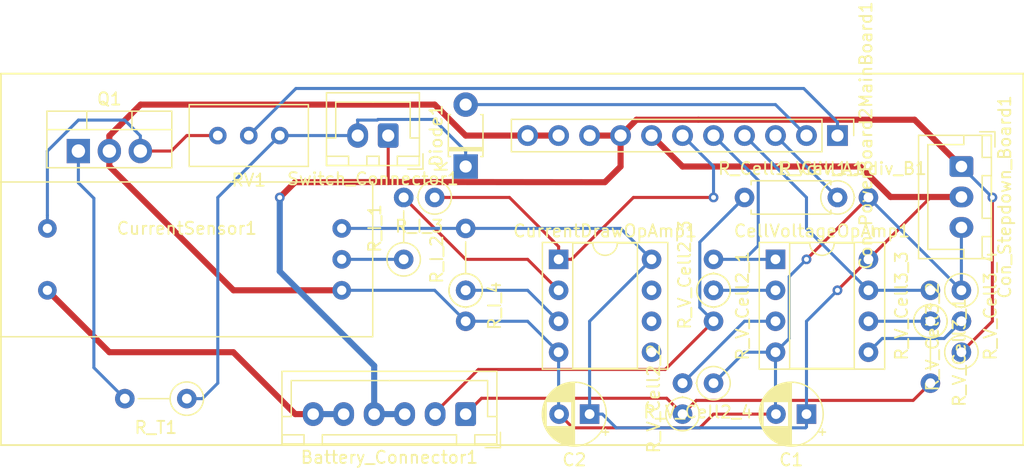
<source format=kicad_pcb>
(kicad_pcb (version 20171130) (host pcbnew "(5.1.5)-3")

  (general
    (thickness 1.6)
    (drawings 4)
    (tracks 161)
    (zones 0)
    (modules 27)
    (nets 23)
  )

  (page A4)
  (layers
    (0 F.Cu signal)
    (31 B.Cu signal)
    (32 B.Adhes user)
    (33 F.Adhes user)
    (34 B.Paste user)
    (35 F.Paste user)
    (36 B.SilkS user)
    (37 F.SilkS user)
    (38 B.Mask user)
    (39 F.Mask user)
    (40 Dwgs.User user)
    (41 Cmts.User user)
    (42 Eco1.User user)
    (43 Eco2.User user)
    (44 Edge.Cuts user)
    (45 Margin user)
    (46 B.CrtYd user)
    (47 F.CrtYd user)
    (48 B.Fab user)
    (49 F.Fab user)
  )

  (setup
    (last_trace_width 0.25)
    (user_trace_width 0.25)
    (user_trace_width 0.5)
    (trace_clearance 0.2)
    (zone_clearance 0.508)
    (zone_45_only no)
    (trace_min 0.2)
    (via_size 0.8)
    (via_drill 0.4)
    (via_min_size 0.4)
    (via_min_drill 0.3)
    (uvia_size 0.3)
    (uvia_drill 0.1)
    (uvias_allowed no)
    (uvia_min_size 0.2)
    (uvia_min_drill 0.1)
    (edge_width 0.1)
    (segment_width 0.2)
    (pcb_text_width 0.3)
    (pcb_text_size 1.5 1.5)
    (mod_edge_width 0.15)
    (mod_text_size 1 1)
    (mod_text_width 0.15)
    (pad_size 1.524 1.524)
    (pad_drill 0.762)
    (pad_to_mask_clearance 0)
    (aux_axis_origin 0 0)
    (visible_elements 7FFFFFFF)
    (pcbplotparams
      (layerselection 0x010fc_ffffffff)
      (usegerberextensions false)
      (usegerberattributes false)
      (usegerberadvancedattributes false)
      (creategerberjobfile false)
      (excludeedgelayer true)
      (linewidth 0.100000)
      (plotframeref false)
      (viasonmask false)
      (mode 1)
      (useauxorigin false)
      (hpglpennumber 1)
      (hpglpenspeed 20)
      (hpglpendiameter 15.000000)
      (psnegative false)
      (psa4output false)
      (plotreference true)
      (plotvalue true)
      (plotinvisibletext false)
      (padsonsilk false)
      (subtractmaskfromsilk false)
      (outputformat 1)
      (mirror false)
      (drillshape 1)
      (scaleselection 1)
      (outputdirectory ""))
  )

  (net 0 "")
  (net 1 +BATT)
  (net 2 +5V)
  (net 3 GND)
  (net 4 BATT_Cell_1_2)
  (net 5 BATT_Cell_2_3)
  (net 6 "Net-(Battery_Connector1-Pad5)")
  (net 7 "Net-(CellVoltageOpAmp1-Pad7)")
  (net 8 "Net-(CellVoltageOpAmp1-Pad3)")
  (net 9 "Net-(CellVoltageOpAmp1-Pad6)")
  (net 10 "Net-(CellVoltageOpAmp1-Pad2)")
  (net 11 "Net-(CellVoltageOpAmp1-Pad5)")
  (net 12 "Net-(CellVoltageOpAmp1-Pad1)")
  (net 13 "Net-(CurrentDrawOpAmp1-Pad3)")
  (net 14 "Net-(CurrentDrawOpAmp1-Pad2)")
  (net 15 "Net-(CurrentSensor1-Pad2)")
  (net 16 "Net-(Q1-Pad1)")
  (net 17 "Net-(Con_PowerBoard2MainBoard1-Pad6)")
  (net 18 "Net-(Con_PowerBoard2MainBoard1-Pad3)")
  (net 19 P_Check)
  (net 20 P_IN)
  (net 21 "Net-(Diode1-Pad1)")
  (net 22 "Net-(CurrentSensor1-Pad5)")

  (net_class Default "This is the default net class."
    (clearance 0.2)
    (trace_width 0.25)
    (via_dia 0.8)
    (via_drill 0.4)
    (uvia_dia 0.3)
    (uvia_drill 0.1)
    (add_net +5V)
    (add_net +BATT)
    (add_net BATT_Cell_1_2)
    (add_net BATT_Cell_2_3)
    (add_net GND)
    (add_net "Net-(Battery_Connector1-Pad5)")
    (add_net "Net-(CellVoltageOpAmp1-Pad1)")
    (add_net "Net-(CellVoltageOpAmp1-Pad2)")
    (add_net "Net-(CellVoltageOpAmp1-Pad3)")
    (add_net "Net-(CellVoltageOpAmp1-Pad5)")
    (add_net "Net-(CellVoltageOpAmp1-Pad6)")
    (add_net "Net-(CellVoltageOpAmp1-Pad7)")
    (add_net "Net-(Con_PowerBoard2MainBoard1-Pad3)")
    (add_net "Net-(Con_PowerBoard2MainBoard1-Pad6)")
    (add_net "Net-(CurrentDrawOpAmp1-Pad2)")
    (add_net "Net-(CurrentDrawOpAmp1-Pad3)")
    (add_net "Net-(CurrentSensor1-Pad2)")
    (add_net "Net-(CurrentSensor1-Pad5)")
    (add_net "Net-(Diode1-Pad1)")
    (add_net "Net-(Q1-Pad1)")
    (add_net P_Check)
    (add_net P_IN)
  )

  (module CustomFootprints:ACS712BreakoutBoardUpSideDown (layer F.Cu) (tedit 5D8A78F4) (tstamp 5E519461)
    (at 124.46 88.9)
    (path /5D915264)
    (fp_text reference CurrentSensor1 (at 0 -2.54 180) (layer F.SilkS)
      (effects (font (size 1 1) (thickness 0.15)))
    )
    (fp_text value ACS712Breakout (at 0 0.5 180) (layer F.Fab)
      (effects (font (size 1 1) (thickness 0.15)))
    )
    (fp_line (start -15.24 6.35) (end 15.24 6.35) (layer F.SilkS) (width 0.12))
    (fp_line (start -15.24 -6.35) (end -15.24 6.35) (layer F.SilkS) (width 0.12))
    (fp_line (start 15.24 -6.35) (end -15.24 -6.35) (layer F.SilkS) (width 0.12))
    (fp_line (start 15.24 6.35) (end 15.24 -6.35) (layer F.SilkS) (width 0.12))
    (pad 5 thru_hole circle (at -11.43 -2.54 180) (size 1.524 1.524) (drill 0.762) (layers *.Cu *.Mask)
      (net 22 "Net-(CurrentSensor1-Pad5)"))
    (pad 4 thru_hole circle (at -11.43 2.54 180) (size 1.524 1.524) (drill 0.762) (layers *.Cu *.Mask)
      (net 6 "Net-(Battery_Connector1-Pad5)"))
    (pad 3 thru_hole circle (at 12.7 2.54 180) (size 1.524 1.524) (drill 0.762) (layers *.Cu *.Mask)
      (net 3 GND))
    (pad 2 thru_hole circle (at 12.7 0 180) (size 1.524 1.524) (drill 0.762) (layers *.Cu *.Mask)
      (net 15 "Net-(CurrentSensor1-Pad2)"))
    (pad 1 thru_hole circle (at 12.7 -2.54 180) (size 1.524 1.524) (drill 0.762) (layers *.Cu *.Mask)
      (net 2 +5V))
  )

  (module Connector_JST:JST_XH_B2B-XH-A_1x02_P2.50mm_Vertical (layer F.Cu) (tedit 5C28146C) (tstamp 5D94CB2C)
    (at 140.97 78.74 180)
    (descr "JST XH series connector, B2B-XH-A (http://www.jst-mfg.com/product/pdf/eng/eXH.pdf), generated with kicad-footprint-generator")
    (tags "connector JST XH vertical")
    (path /5D9591F2)
    (fp_text reference Switch_Connector1 (at 1.25 -3.55) (layer F.SilkS)
      (effects (font (size 1 1) (thickness 0.15)))
    )
    (fp_text value Conn_01x04 (at 1.25 4.6) (layer F.Fab)
      (effects (font (size 1 1) (thickness 0.15)))
    )
    (fp_text user %R (at 1.25 2.7) (layer F.Fab)
      (effects (font (size 1 1) (thickness 0.15)))
    )
    (fp_line (start -2.85 -2.75) (end -2.85 -1.5) (layer F.SilkS) (width 0.12))
    (fp_line (start -1.6 -2.75) (end -2.85 -2.75) (layer F.SilkS) (width 0.12))
    (fp_line (start 4.3 2.75) (end 1.25 2.75) (layer F.SilkS) (width 0.12))
    (fp_line (start 4.3 -0.2) (end 4.3 2.75) (layer F.SilkS) (width 0.12))
    (fp_line (start 5.05 -0.2) (end 4.3 -0.2) (layer F.SilkS) (width 0.12))
    (fp_line (start -1.8 2.75) (end 1.25 2.75) (layer F.SilkS) (width 0.12))
    (fp_line (start -1.8 -0.2) (end -1.8 2.75) (layer F.SilkS) (width 0.12))
    (fp_line (start -2.55 -0.2) (end -1.8 -0.2) (layer F.SilkS) (width 0.12))
    (fp_line (start 5.05 -2.45) (end 3.25 -2.45) (layer F.SilkS) (width 0.12))
    (fp_line (start 5.05 -1.7) (end 5.05 -2.45) (layer F.SilkS) (width 0.12))
    (fp_line (start 3.25 -1.7) (end 5.05 -1.7) (layer F.SilkS) (width 0.12))
    (fp_line (start 3.25 -2.45) (end 3.25 -1.7) (layer F.SilkS) (width 0.12))
    (fp_line (start -0.75 -2.45) (end -2.55 -2.45) (layer F.SilkS) (width 0.12))
    (fp_line (start -0.75 -1.7) (end -0.75 -2.45) (layer F.SilkS) (width 0.12))
    (fp_line (start -2.55 -1.7) (end -0.75 -1.7) (layer F.SilkS) (width 0.12))
    (fp_line (start -2.55 -2.45) (end -2.55 -1.7) (layer F.SilkS) (width 0.12))
    (fp_line (start 1.75 -2.45) (end 0.75 -2.45) (layer F.SilkS) (width 0.12))
    (fp_line (start 1.75 -1.7) (end 1.75 -2.45) (layer F.SilkS) (width 0.12))
    (fp_line (start 0.75 -1.7) (end 1.75 -1.7) (layer F.SilkS) (width 0.12))
    (fp_line (start 0.75 -2.45) (end 0.75 -1.7) (layer F.SilkS) (width 0.12))
    (fp_line (start 0 -1.35) (end 0.625 -2.35) (layer F.Fab) (width 0.1))
    (fp_line (start -0.625 -2.35) (end 0 -1.35) (layer F.Fab) (width 0.1))
    (fp_line (start 5.45 -2.85) (end -2.95 -2.85) (layer F.CrtYd) (width 0.05))
    (fp_line (start 5.45 3.9) (end 5.45 -2.85) (layer F.CrtYd) (width 0.05))
    (fp_line (start -2.95 3.9) (end 5.45 3.9) (layer F.CrtYd) (width 0.05))
    (fp_line (start -2.95 -2.85) (end -2.95 3.9) (layer F.CrtYd) (width 0.05))
    (fp_line (start 5.06 -2.46) (end -2.56 -2.46) (layer F.SilkS) (width 0.12))
    (fp_line (start 5.06 3.51) (end 5.06 -2.46) (layer F.SilkS) (width 0.12))
    (fp_line (start -2.56 3.51) (end 5.06 3.51) (layer F.SilkS) (width 0.12))
    (fp_line (start -2.56 -2.46) (end -2.56 3.51) (layer F.SilkS) (width 0.12))
    (fp_line (start 4.95 -2.35) (end -2.45 -2.35) (layer F.Fab) (width 0.1))
    (fp_line (start 4.95 3.4) (end 4.95 -2.35) (layer F.Fab) (width 0.1))
    (fp_line (start -2.45 3.4) (end 4.95 3.4) (layer F.Fab) (width 0.1))
    (fp_line (start -2.45 -2.35) (end -2.45 3.4) (layer F.Fab) (width 0.1))
    (pad 2 thru_hole oval (at 2.5 0 180) (size 1.7 2) (drill 1) (layers *.Cu *.Mask)
      (net 21 "Net-(Diode1-Pad1)"))
    (pad 1 thru_hole roundrect (at 0 0 180) (size 1.7 2) (drill 1) (layers *.Cu *.Mask) (roundrect_rratio 0.147059)
      (net 1 +BATT))
    (model ${KISYS3DMOD}/Connector_JST.3dshapes/JST_XH_B2B-XH-A_1x02_P2.50mm_Vertical.wrl
      (at (xyz 0 0 0))
      (scale (xyz 1 1 1))
      (rotate (xyz 0 0 0))
    )
  )

  (module Potentiometer_THT:Potentiometer_Bourns_3296W_Vertical (layer F.Cu) (tedit 5A3D4994) (tstamp 5E3DE405)
    (at 127 78.74 180)
    (descr "Potentiometer, vertical, Bourns 3296W, https://www.bourns.com/pdfs/3296.pdf")
    (tags "Potentiometer vertical Bourns 3296W")
    (path /5E3D564D)
    (fp_text reference RV1 (at -2.54 -3.66) (layer F.SilkS)
      (effects (font (size 1 1) (thickness 0.15)))
    )
    (fp_text value R_POT_TRIM (at -2.54 3.67) (layer F.Fab)
      (effects (font (size 1 1) (thickness 0.15)))
    )
    (fp_text user %R (at -3.175 0.005) (layer F.Fab)
      (effects (font (size 1 1) (thickness 0.15)))
    )
    (fp_line (start 2.5 -2.7) (end -7.6 -2.7) (layer F.CrtYd) (width 0.05))
    (fp_line (start 2.5 2.7) (end 2.5 -2.7) (layer F.CrtYd) (width 0.05))
    (fp_line (start -7.6 2.7) (end 2.5 2.7) (layer F.CrtYd) (width 0.05))
    (fp_line (start -7.6 -2.7) (end -7.6 2.7) (layer F.CrtYd) (width 0.05))
    (fp_line (start 2.345 -2.53) (end 2.345 2.54) (layer F.SilkS) (width 0.12))
    (fp_line (start -7.425 -2.53) (end -7.425 2.54) (layer F.SilkS) (width 0.12))
    (fp_line (start -7.425 2.54) (end 2.345 2.54) (layer F.SilkS) (width 0.12))
    (fp_line (start -7.425 -2.53) (end 2.345 -2.53) (layer F.SilkS) (width 0.12))
    (fp_line (start 0.955 2.235) (end 0.956 0.066) (layer F.Fab) (width 0.1))
    (fp_line (start 0.955 2.235) (end 0.956 0.066) (layer F.Fab) (width 0.1))
    (fp_line (start 2.225 -2.41) (end -7.305 -2.41) (layer F.Fab) (width 0.1))
    (fp_line (start 2.225 2.42) (end 2.225 -2.41) (layer F.Fab) (width 0.1))
    (fp_line (start -7.305 2.42) (end 2.225 2.42) (layer F.Fab) (width 0.1))
    (fp_line (start -7.305 -2.41) (end -7.305 2.42) (layer F.Fab) (width 0.1))
    (fp_circle (center 0.955 1.15) (end 2.05 1.15) (layer F.Fab) (width 0.1))
    (pad 3 thru_hole circle (at -5.08 0 180) (size 1.44 1.44) (drill 0.8) (layers *.Cu *.Mask)
      (net 21 "Net-(Diode1-Pad1)"))
    (pad 2 thru_hole circle (at -2.54 0 180) (size 1.44 1.44) (drill 0.8) (layers *.Cu *.Mask)
      (net 19 P_Check))
    (pad 1 thru_hole circle (at 0 0 180) (size 1.44 1.44) (drill 0.8) (layers *.Cu *.Mask)
      (net 22 "Net-(CurrentSensor1-Pad5)"))
    (model ${KISYS3DMOD}/Potentiometer_THT.3dshapes/Potentiometer_Bourns_3296W_Vertical.wrl
      (at (xyz 0 0 0))
      (scale (xyz 1 1 1))
      (rotate (xyz 0 0 0))
    )
  )

  (module Resistor_THT:R_Axial_DIN0207_L6.3mm_D2.5mm_P5.08mm_Vertical (layer F.Cu) (tedit 5AE5139B) (tstamp 5E3DE30E)
    (at 124.46 100.33 180)
    (descr "Resistor, Axial_DIN0207 series, Axial, Vertical, pin pitch=5.08mm, 0.25W = 1/4W, length*diameter=6.3*2.5mm^2, http://cdn-reichelt.de/documents/datenblatt/B400/1_4W%23YAG.pdf")
    (tags "Resistor Axial_DIN0207 series Axial Vertical pin pitch 5.08mm 0.25W = 1/4W length 6.3mm diameter 2.5mm")
    (path /5E3B3275)
    (fp_text reference R_T1 (at 2.54 -2.37) (layer F.SilkS)
      (effects (font (size 1 1) (thickness 0.15)))
    )
    (fp_text value 1K (at 2.54 2.37) (layer F.Fab)
      (effects (font (size 1 1) (thickness 0.15)))
    )
    (fp_text user %R (at 2.54 -2.37) (layer F.Fab)
      (effects (font (size 1 1) (thickness 0.15)))
    )
    (fp_line (start 6.13 -1.5) (end -1.5 -1.5) (layer F.CrtYd) (width 0.05))
    (fp_line (start 6.13 1.5) (end 6.13 -1.5) (layer F.CrtYd) (width 0.05))
    (fp_line (start -1.5 1.5) (end 6.13 1.5) (layer F.CrtYd) (width 0.05))
    (fp_line (start -1.5 -1.5) (end -1.5 1.5) (layer F.CrtYd) (width 0.05))
    (fp_line (start 1.37 0) (end 3.98 0) (layer F.SilkS) (width 0.12))
    (fp_line (start 0 0) (end 5.08 0) (layer F.Fab) (width 0.1))
    (fp_circle (center 0 0) (end 1.37 0) (layer F.SilkS) (width 0.12))
    (fp_circle (center 0 0) (end 1.25 0) (layer F.Fab) (width 0.1))
    (pad 2 thru_hole oval (at 5.08 0 180) (size 1.6 1.6) (drill 0.8) (layers *.Cu *.Mask)
      (net 16 "Net-(Q1-Pad1)"))
    (pad 1 thru_hole circle (at 0 0 180) (size 1.6 1.6) (drill 0.8) (layers *.Cu *.Mask)
      (net 21 "Net-(Diode1-Pad1)"))
    (model ${KISYS3DMOD}/Resistor_THT.3dshapes/R_Axial_DIN0207_L6.3mm_D2.5mm_P5.08mm_Vertical.wrl
      (at (xyz 0 0 0))
      (scale (xyz 1 1 1))
      (rotate (xyz 0 0 0))
    )
  )

  (module Package_TO_SOT_THT:TO-220-3_Vertical (layer F.Cu) (tedit 5AC8BA0D) (tstamp 5E3DE247)
    (at 115.57 80.01)
    (descr "TO-220-3, Vertical, RM 2.54mm, see https://www.vishay.com/docs/66542/to-220-1.pdf")
    (tags "TO-220-3 Vertical RM 2.54mm")
    (path /5E39FC69)
    (fp_text reference Q1 (at 2.54 -4.27) (layer F.SilkS)
      (effects (font (size 1 1) (thickness 0.15)))
    )
    (fp_text value TIP120 (at 2.54 2.5) (layer F.Fab)
      (effects (font (size 1 1) (thickness 0.15)))
    )
    (fp_line (start -2.46 -3.15) (end -2.46 1.25) (layer F.Fab) (width 0.1))
    (fp_line (start -2.46 1.25) (end 7.54 1.25) (layer F.Fab) (width 0.1))
    (fp_line (start 7.54 1.25) (end 7.54 -3.15) (layer F.Fab) (width 0.1))
    (fp_line (start 7.54 -3.15) (end -2.46 -3.15) (layer F.Fab) (width 0.1))
    (fp_line (start -2.46 -1.88) (end 7.54 -1.88) (layer F.Fab) (width 0.1))
    (fp_line (start 0.69 -3.15) (end 0.69 -1.88) (layer F.Fab) (width 0.1))
    (fp_line (start 4.39 -3.15) (end 4.39 -1.88) (layer F.Fab) (width 0.1))
    (fp_line (start -2.58 -3.27) (end 7.66 -3.27) (layer F.SilkS) (width 0.12))
    (fp_line (start -2.58 1.371) (end 7.66 1.371) (layer F.SilkS) (width 0.12))
    (fp_line (start -2.58 -3.27) (end -2.58 1.371) (layer F.SilkS) (width 0.12))
    (fp_line (start 7.66 -3.27) (end 7.66 1.371) (layer F.SilkS) (width 0.12))
    (fp_line (start -2.58 -1.76) (end 7.66 -1.76) (layer F.SilkS) (width 0.12))
    (fp_line (start 0.69 -3.27) (end 0.69 -1.76) (layer F.SilkS) (width 0.12))
    (fp_line (start 4.391 -3.27) (end 4.391 -1.76) (layer F.SilkS) (width 0.12))
    (fp_line (start -2.71 -3.4) (end -2.71 1.51) (layer F.CrtYd) (width 0.05))
    (fp_line (start -2.71 1.51) (end 7.79 1.51) (layer F.CrtYd) (width 0.05))
    (fp_line (start 7.79 1.51) (end 7.79 -3.4) (layer F.CrtYd) (width 0.05))
    (fp_line (start 7.79 -3.4) (end -2.71 -3.4) (layer F.CrtYd) (width 0.05))
    (fp_text user %R (at 2.54 -4.27) (layer F.Fab)
      (effects (font (size 1 1) (thickness 0.15)))
    )
    (pad 1 thru_hole rect (at 0 0) (size 1.905 2) (drill 1.1) (layers *.Cu *.Mask)
      (net 16 "Net-(Q1-Pad1)"))
    (pad 2 thru_hole oval (at 2.54 0) (size 1.905 2) (drill 1.1) (layers *.Cu *.Mask)
      (net 3 GND))
    (pad 3 thru_hole oval (at 5.08 0) (size 1.905 2) (drill 1.1) (layers *.Cu *.Mask)
      (net 22 "Net-(CurrentSensor1-Pad5)"))
    (model ${KISYS3DMOD}/Package_TO_SOT_THT.3dshapes/TO-220-3_Vertical.wrl
      (at (xyz 0 0 0))
      (scale (xyz 1 1 1))
      (rotate (xyz 0 0 0))
    )
  )

  (module Diode_THT:D_T-1_P5.08mm_Horizontal (layer F.Cu) (tedit 5AE50CD5) (tstamp 5E3DE22D)
    (at 147.32 81.28 90)
    (descr "Diode, T-1 series, Axial, Horizontal, pin pitch=5.08mm, , length*diameter=3.2*2.6mm^2, , http://www.diodes.com/_files/packages/T-1.pdf")
    (tags "Diode T-1 series Axial Horizontal pin pitch 5.08mm  length 3.2mm diameter 2.6mm")
    (path /5E3B6AE9)
    (fp_text reference Diode1 (at 2.54 -2.42 90) (layer F.SilkS)
      (effects (font (size 1 1) (thickness 0.15)))
    )
    (fp_text value D (at 2.54 2.42 90) (layer F.Fab)
      (effects (font (size 1 1) (thickness 0.15)))
    )
    (fp_text user K (at 0 -2 90) (layer F.SilkS)
      (effects (font (size 1 1) (thickness 0.15)))
    )
    (fp_text user K (at 0 -2 90) (layer F.Fab)
      (effects (font (size 1 1) (thickness 0.15)))
    )
    (fp_text user %R (at 2.78 0 180) (layer F.Fab)
      (effects (font (size 0.64 0.64) (thickness 0.096)))
    )
    (fp_line (start 6.33 -1.55) (end -1.25 -1.55) (layer F.CrtYd) (width 0.05))
    (fp_line (start 6.33 1.55) (end 6.33 -1.55) (layer F.CrtYd) (width 0.05))
    (fp_line (start -1.25 1.55) (end 6.33 1.55) (layer F.CrtYd) (width 0.05))
    (fp_line (start -1.25 -1.55) (end -1.25 1.55) (layer F.CrtYd) (width 0.05))
    (fp_line (start 1.3 -1.42) (end 1.3 1.42) (layer F.SilkS) (width 0.12))
    (fp_line (start 1.54 -1.42) (end 1.54 1.42) (layer F.SilkS) (width 0.12))
    (fp_line (start 1.42 -1.42) (end 1.42 1.42) (layer F.SilkS) (width 0.12))
    (fp_line (start 4.26 1.42) (end 4.26 1.24) (layer F.SilkS) (width 0.12))
    (fp_line (start 0.82 1.42) (end 4.26 1.42) (layer F.SilkS) (width 0.12))
    (fp_line (start 0.82 1.24) (end 0.82 1.42) (layer F.SilkS) (width 0.12))
    (fp_line (start 4.26 -1.42) (end 4.26 -1.24) (layer F.SilkS) (width 0.12))
    (fp_line (start 0.82 -1.42) (end 4.26 -1.42) (layer F.SilkS) (width 0.12))
    (fp_line (start 0.82 -1.24) (end 0.82 -1.42) (layer F.SilkS) (width 0.12))
    (fp_line (start 1.32 -1.3) (end 1.32 1.3) (layer F.Fab) (width 0.1))
    (fp_line (start 1.52 -1.3) (end 1.52 1.3) (layer F.Fab) (width 0.1))
    (fp_line (start 1.42 -1.3) (end 1.42 1.3) (layer F.Fab) (width 0.1))
    (fp_line (start 5.08 0) (end 4.14 0) (layer F.Fab) (width 0.1))
    (fp_line (start 0 0) (end 0.94 0) (layer F.Fab) (width 0.1))
    (fp_line (start 4.14 -1.3) (end 0.94 -1.3) (layer F.Fab) (width 0.1))
    (fp_line (start 4.14 1.3) (end 4.14 -1.3) (layer F.Fab) (width 0.1))
    (fp_line (start 0.94 1.3) (end 4.14 1.3) (layer F.Fab) (width 0.1))
    (fp_line (start 0.94 -1.3) (end 0.94 1.3) (layer F.Fab) (width 0.1))
    (pad 2 thru_hole oval (at 5.08 0 90) (size 2 2) (drill 1) (layers *.Cu *.Mask)
      (net 20 P_IN))
    (pad 1 thru_hole rect (at 0 0 90) (size 2 2) (drill 1) (layers *.Cu *.Mask)
      (net 21 "Net-(Diode1-Pad1)"))
    (model ${KISYS3DMOD}/Diode_THT.3dshapes/D_T-1_P5.08mm_Horizontal.wrl
      (at (xyz 0 0 0))
      (scale (xyz 1 1 1))
      (rotate (xyz 0 0 0))
    )
  )

  (module Connector_PinHeader_2.54mm:PinHeader_1x11_P2.54mm_Vertical (layer F.Cu) (tedit 59FED5CC) (tstamp 5D8ABD8A)
    (at 177.8 78.74 270)
    (descr "Through hole straight pin header, 1x11, 2.54mm pitch, single row")
    (tags "Through hole pin header THT 1x11 2.54mm single row")
    (path /5D94E0AE)
    (fp_text reference Con_PowerBoard2MainBoard1 (at 0 -2.33 90) (layer F.SilkS)
      (effects (font (size 1 1) (thickness 0.15)))
    )
    (fp_text value Conn_01x09_Male (at 0 27.73 90) (layer F.Fab)
      (effects (font (size 1 1) (thickness 0.15)))
    )
    (fp_text user %R (at 0 12.7) (layer F.Fab)
      (effects (font (size 1 1) (thickness 0.15)))
    )
    (fp_line (start 1.8 -1.8) (end -1.8 -1.8) (layer F.CrtYd) (width 0.05))
    (fp_line (start 1.8 27.2) (end 1.8 -1.8) (layer F.CrtYd) (width 0.05))
    (fp_line (start -1.8 27.2) (end 1.8 27.2) (layer F.CrtYd) (width 0.05))
    (fp_line (start -1.8 -1.8) (end -1.8 27.2) (layer F.CrtYd) (width 0.05))
    (fp_line (start -1.33 -1.33) (end 0 -1.33) (layer F.SilkS) (width 0.12))
    (fp_line (start -1.33 0) (end -1.33 -1.33) (layer F.SilkS) (width 0.12))
    (fp_line (start -1.33 1.27) (end 1.33 1.27) (layer F.SilkS) (width 0.12))
    (fp_line (start 1.33 1.27) (end 1.33 26.73) (layer F.SilkS) (width 0.12))
    (fp_line (start -1.33 1.27) (end -1.33 26.73) (layer F.SilkS) (width 0.12))
    (fp_line (start -1.33 26.73) (end 1.33 26.73) (layer F.SilkS) (width 0.12))
    (fp_line (start -1.27 -0.635) (end -0.635 -1.27) (layer F.Fab) (width 0.1))
    (fp_line (start -1.27 26.67) (end -1.27 -0.635) (layer F.Fab) (width 0.1))
    (fp_line (start 1.27 26.67) (end -1.27 26.67) (layer F.Fab) (width 0.1))
    (fp_line (start 1.27 -1.27) (end 1.27 26.67) (layer F.Fab) (width 0.1))
    (fp_line (start -0.635 -1.27) (end 1.27 -1.27) (layer F.Fab) (width 0.1))
    (pad 11 thru_hole oval (at 0 25.4 270) (size 1.7 1.7) (drill 1) (layers *.Cu *.Mask)
      (net 3 GND))
    (pad 10 thru_hole oval (at 0 22.86 270) (size 1.7 1.7) (drill 1) (layers *.Cu *.Mask)
      (net 3 GND))
    (pad 9 thru_hole oval (at 0 20.32 270) (size 1.7 1.7) (drill 1) (layers *.Cu *.Mask)
      (net 1 +BATT))
    (pad 8 thru_hole oval (at 0 17.78 270) (size 1.7 1.7) (drill 1) (layers *.Cu *.Mask)
      (net 1 +BATT))
    (pad 7 thru_hole oval (at 0 15.24 270) (size 1.7 1.7) (drill 1) (layers *.Cu *.Mask)
      (net 2 +5V))
    (pad 6 thru_hole oval (at 0 12.7 270) (size 1.7 1.7) (drill 1) (layers *.Cu *.Mask)
      (net 17 "Net-(Con_PowerBoard2MainBoard1-Pad6)"))
    (pad 5 thru_hole oval (at 0 10.16 270) (size 1.7 1.7) (drill 1) (layers *.Cu *.Mask)
      (net 12 "Net-(CellVoltageOpAmp1-Pad1)"))
    (pad 4 thru_hole oval (at 0 7.62 270) (size 1.7 1.7) (drill 1) (layers *.Cu *.Mask)
      (net 7 "Net-(CellVoltageOpAmp1-Pad7)"))
    (pad 3 thru_hole oval (at 0 5.08 270) (size 1.7 1.7) (drill 1) (layers *.Cu *.Mask)
      (net 18 "Net-(Con_PowerBoard2MainBoard1-Pad3)"))
    (pad 2 thru_hole oval (at 0 2.54 270) (size 1.7 1.7) (drill 1) (layers *.Cu *.Mask)
      (net 20 P_IN))
    (pad 1 thru_hole rect (at 0 0 270) (size 1.7 1.7) (drill 1) (layers *.Cu *.Mask)
      (net 19 P_Check))
    (model ${KISYS3DMOD}/Connector_PinHeader_2.54mm.3dshapes/PinHeader_1x11_P2.54mm_Vertical.wrl
      (at (xyz 0 0 0))
      (scale (xyz 1 1 1))
      (rotate (xyz 0 0 0))
    )
  )

  (module Resistor_THT:R_Axial_DIN0207_L6.3mm_D2.5mm_P5.08mm_Vertical (layer F.Cu) (tedit 5AE5139B) (tstamp 5D8AD254)
    (at 147.32 91.44 90)
    (descr "Resistor, Axial_DIN0207 series, Axial, Vertical, pin pitch=5.08mm, 0.25W = 1/4W, length*diameter=6.3*2.5mm^2, http://cdn-reichelt.de/documents/datenblatt/B400/1_4W%23YAG.pdf")
    (tags "Resistor Axial_DIN0207 series Axial Vertical pin pitch 5.08mm 0.25W = 1/4W length 6.3mm diameter 2.5mm")
    (path /5DB26567)
    (fp_text reference R_I_2 (at 2.54 -2.37 90) (layer F.SilkS)
      (effects (font (size 1 1) (thickness 0.15)))
    )
    (fp_text value 33K (at 2.54 2.37 90) (layer F.Fab)
      (effects (font (size 1 1) (thickness 0.15)))
    )
    (fp_text user %R (at 2.54 -2.37 90) (layer F.Fab)
      (effects (font (size 1 1) (thickness 0.15)))
    )
    (fp_line (start 6.13 -1.5) (end -1.5 -1.5) (layer F.CrtYd) (width 0.05))
    (fp_line (start 6.13 1.5) (end 6.13 -1.5) (layer F.CrtYd) (width 0.05))
    (fp_line (start -1.5 1.5) (end 6.13 1.5) (layer F.CrtYd) (width 0.05))
    (fp_line (start -1.5 -1.5) (end -1.5 1.5) (layer F.CrtYd) (width 0.05))
    (fp_line (start 1.37 0) (end 3.98 0) (layer F.SilkS) (width 0.12))
    (fp_line (start 0 0) (end 5.08 0) (layer F.Fab) (width 0.1))
    (fp_circle (center 0 0) (end 1.37 0) (layer F.SilkS) (width 0.12))
    (fp_circle (center 0 0) (end 1.25 0) (layer F.Fab) (width 0.1))
    (pad 2 thru_hole oval (at 5.08 0 90) (size 1.6 1.6) (drill 0.8) (layers *.Cu *.Mask)
      (net 2 +5V))
    (pad 1 thru_hole circle (at 0 0 90) (size 1.6 1.6) (drill 0.8) (layers *.Cu *.Mask)
      (net 13 "Net-(CurrentDrawOpAmp1-Pad3)"))
    (model ${KISYS3DMOD}/Resistor_THT.3dshapes/R_Axial_DIN0207_L6.3mm_D2.5mm_P5.08mm_Vertical.wrl
      (at (xyz 0 0 0))
      (scale (xyz 1 1 1))
      (rotate (xyz 0 0 0))
    )
  )

  (module Resistor_THT:R_Axial_DIN0207_L6.3mm_D2.5mm_P5.08mm_Vertical (layer F.Cu) (tedit 5AE5139B) (tstamp 5D8AD200)
    (at 185.42 93.98 270)
    (descr "Resistor, Axial_DIN0207 series, Axial, Vertical, pin pitch=5.08mm, 0.25W = 1/4W, length*diameter=6.3*2.5mm^2, http://cdn-reichelt.de/documents/datenblatt/B400/1_4W%23YAG.pdf")
    (tags "Resistor Axial_DIN0207 series Axial Vertical pin pitch 5.08mm 0.25W = 1/4W length 6.3mm diameter 2.5mm")
    (path /5D9FAE4A)
    (fp_text reference R_V_Cell3_1 (at 2.54 -2.37 90) (layer F.SilkS)
      (effects (font (size 1 1) (thickness 0.15)))
    )
    (fp_text value 47K (at 2.54 2.37 90) (layer F.Fab)
      (effects (font (size 1 1) (thickness 0.15)))
    )
    (fp_text user %R (at 2.54 -2.37 90) (layer F.Fab)
      (effects (font (size 1 1) (thickness 0.15)))
    )
    (fp_line (start 6.13 -1.5) (end -1.5 -1.5) (layer F.CrtYd) (width 0.05))
    (fp_line (start 6.13 1.5) (end 6.13 -1.5) (layer F.CrtYd) (width 0.05))
    (fp_line (start -1.5 1.5) (end 6.13 1.5) (layer F.CrtYd) (width 0.05))
    (fp_line (start -1.5 -1.5) (end -1.5 1.5) (layer F.CrtYd) (width 0.05))
    (fp_line (start 1.37 0) (end 3.98 0) (layer F.SilkS) (width 0.12))
    (fp_line (start 0 0) (end 5.08 0) (layer F.Fab) (width 0.1))
    (fp_circle (center 0 0) (end 1.37 0) (layer F.SilkS) (width 0.12))
    (fp_circle (center 0 0) (end 1.25 0) (layer F.Fab) (width 0.1))
    (pad 2 thru_hole oval (at 5.08 0 270) (size 1.6 1.6) (drill 0.8) (layers *.Cu *.Mask)
      (net 5 BATT_Cell_2_3))
    (pad 1 thru_hole circle (at 0 0 270) (size 1.6 1.6) (drill 0.8) (layers *.Cu *.Mask)
      (net 9 "Net-(CellVoltageOpAmp1-Pad6)"))
    (model ${KISYS3DMOD}/Resistor_THT.3dshapes/R_Axial_DIN0207_L6.3mm_D2.5mm_P5.08mm_Vertical.wrl
      (at (xyz 0 0 0))
      (scale (xyz 1 1 1))
      (rotate (xyz 0 0 0))
    )
  )

  (module Resistor_THT:R_Axial_DIN0207_L6.3mm_D2.5mm_P7.62mm_Horizontal (layer F.Cu) (tedit 5AE5139B) (tstamp 5D8ABE96)
    (at 170.18 83.82)
    (descr "Resistor, Axial_DIN0207 series, Axial, Horizontal, pin pitch=7.62mm, 0.25W = 1/4W, length*diameter=6.3*2.5mm^2, http://cdn-reichelt.de/documents/datenblatt/B400/1_4W%23YAG.pdf")
    (tags "Resistor Axial_DIN0207 series Axial Horizontal pin pitch 7.62mm 0.25W = 1/4W length 6.3mm diameter 2.5mm")
    (path /5D9AD220)
    (fp_text reference R_Cell1_Vdiv_A1 (at 3.81 -2.37) (layer F.SilkS)
      (effects (font (size 1 1) (thickness 0.15)))
    )
    (fp_text value 33K (at 3.81 2.37) (layer F.Fab)
      (effects (font (size 1 1) (thickness 0.15)))
    )
    (fp_line (start 0.66 -1.25) (end 0.66 1.25) (layer F.Fab) (width 0.1))
    (fp_line (start 0.66 1.25) (end 6.96 1.25) (layer F.Fab) (width 0.1))
    (fp_line (start 6.96 1.25) (end 6.96 -1.25) (layer F.Fab) (width 0.1))
    (fp_line (start 6.96 -1.25) (end 0.66 -1.25) (layer F.Fab) (width 0.1))
    (fp_line (start 0 0) (end 0.66 0) (layer F.Fab) (width 0.1))
    (fp_line (start 7.62 0) (end 6.96 0) (layer F.Fab) (width 0.1))
    (fp_line (start 0.54 -1.04) (end 0.54 -1.37) (layer F.SilkS) (width 0.12))
    (fp_line (start 0.54 -1.37) (end 7.08 -1.37) (layer F.SilkS) (width 0.12))
    (fp_line (start 7.08 -1.37) (end 7.08 -1.04) (layer F.SilkS) (width 0.12))
    (fp_line (start 0.54 1.04) (end 0.54 1.37) (layer F.SilkS) (width 0.12))
    (fp_line (start 0.54 1.37) (end 7.08 1.37) (layer F.SilkS) (width 0.12))
    (fp_line (start 7.08 1.37) (end 7.08 1.04) (layer F.SilkS) (width 0.12))
    (fp_line (start -1.05 -1.5) (end -1.05 1.5) (layer F.CrtYd) (width 0.05))
    (fp_line (start -1.05 1.5) (end 8.67 1.5) (layer F.CrtYd) (width 0.05))
    (fp_line (start 8.67 1.5) (end 8.67 -1.5) (layer F.CrtYd) (width 0.05))
    (fp_line (start 8.67 -1.5) (end -1.05 -1.5) (layer F.CrtYd) (width 0.05))
    (fp_text user %R (at 3.81 0) (layer F.Fab)
      (effects (font (size 1 1) (thickness 0.15)))
    )
    (pad 1 thru_hole circle (at 0 0) (size 1.6 1.6) (drill 0.8) (layers *.Cu *.Mask)
      (net 4 BATT_Cell_1_2))
    (pad 2 thru_hole oval (at 7.62 0) (size 1.6 1.6) (drill 0.8) (layers *.Cu *.Mask)
      (net 18 "Net-(Con_PowerBoard2MainBoard1-Pad3)"))
    (model ${KISYS3DMOD}/Resistor_THT.3dshapes/R_Axial_DIN0207_L6.3mm_D2.5mm_P7.62mm_Horizontal.wrl
      (at (xyz 0 0 0))
      (scale (xyz 1 1 1))
      (rotate (xyz 0 0 0))
    )
  )

  (module Resistor_THT:R_Axial_DIN0207_L6.3mm_D2.5mm_P5.08mm_Vertical (layer F.Cu) (tedit 5AE5139B) (tstamp 5D8ABEB4)
    (at 142.24 88.9 90)
    (descr "Resistor, Axial_DIN0207 series, Axial, Vertical, pin pitch=5.08mm, 0.25W = 1/4W, length*diameter=6.3*2.5mm^2, http://cdn-reichelt.de/documents/datenblatt/B400/1_4W%23YAG.pdf")
    (tags "Resistor Axial_DIN0207 series Axial Vertical pin pitch 5.08mm 0.25W = 1/4W length 6.3mm diameter 2.5mm")
    (path /5DAEF358)
    (fp_text reference R_I_1 (at 2.54 -2.37 90) (layer F.SilkS)
      (effects (font (size 1 1) (thickness 0.15)))
    )
    (fp_text value 10K (at 2.54 2.37 90) (layer F.Fab)
      (effects (font (size 1 1) (thickness 0.15)))
    )
    (fp_text user %R (at 2.54 -2.37 90) (layer F.Fab)
      (effects (font (size 1 1) (thickness 0.15)))
    )
    (fp_line (start 6.13 -1.5) (end -1.5 -1.5) (layer F.CrtYd) (width 0.05))
    (fp_line (start 6.13 1.5) (end 6.13 -1.5) (layer F.CrtYd) (width 0.05))
    (fp_line (start -1.5 1.5) (end 6.13 1.5) (layer F.CrtYd) (width 0.05))
    (fp_line (start -1.5 -1.5) (end -1.5 1.5) (layer F.CrtYd) (width 0.05))
    (fp_line (start 1.37 0) (end 3.98 0) (layer F.SilkS) (width 0.12))
    (fp_line (start 0 0) (end 5.08 0) (layer F.Fab) (width 0.1))
    (fp_circle (center 0 0) (end 1.37 0) (layer F.SilkS) (width 0.12))
    (fp_circle (center 0 0) (end 1.25 0) (layer F.Fab) (width 0.1))
    (pad 2 thru_hole oval (at 5.08 0 90) (size 1.6 1.6) (drill 0.8) (layers *.Cu *.Mask)
      (net 14 "Net-(CurrentDrawOpAmp1-Pad2)"))
    (pad 1 thru_hole circle (at 0 0 90) (size 1.6 1.6) (drill 0.8) (layers *.Cu *.Mask)
      (net 15 "Net-(CurrentSensor1-Pad2)"))
    (model ${KISYS3DMOD}/Resistor_THT.3dshapes/R_Axial_DIN0207_L6.3mm_D2.5mm_P5.08mm_Vertical.wrl
      (at (xyz 0 0 0))
      (scale (xyz 1 1 1))
      (rotate (xyz 0 0 0))
    )
  )

  (module Resistor_THT:R_Axial_DIN0207_L6.3mm_D2.5mm_P2.54mm_Vertical (layer F.Cu) (tedit 5AE5139B) (tstamp 5D8AD1AC)
    (at 187.96 91.44 270)
    (descr "Resistor, Axial_DIN0207 series, Axial, Vertical, pin pitch=2.54mm, 0.25W = 1/4W, length*diameter=6.3*2.5mm^2, http://cdn-reichelt.de/documents/datenblatt/B400/1_4W%23YAG.pdf")
    (tags "Resistor Axial_DIN0207 series Axial Vertical pin pitch 2.54mm 0.25W = 1/4W length 6.3mm diameter 2.5mm")
    (path /5D9FAE63)
    (fp_text reference R_V_Cell3_4 (at 1.27 -2.37 90) (layer F.SilkS)
      (effects (font (size 1 1) (thickness 0.15)))
    )
    (fp_text value 33K (at 1.27 2.37 90) (layer F.Fab)
      (effects (font (size 1 1) (thickness 0.15)))
    )
    (fp_text user %R (at 1.27 -2.37 90) (layer F.Fab)
      (effects (font (size 1 1) (thickness 0.15)))
    )
    (fp_line (start 3.59 -1.5) (end -1.5 -1.5) (layer F.CrtYd) (width 0.05))
    (fp_line (start 3.59 1.5) (end 3.59 -1.5) (layer F.CrtYd) (width 0.05))
    (fp_line (start -1.5 1.5) (end 3.59 1.5) (layer F.CrtYd) (width 0.05))
    (fp_line (start -1.5 -1.5) (end -1.5 1.5) (layer F.CrtYd) (width 0.05))
    (fp_line (start 1.37 0) (end 1.44 0) (layer F.SilkS) (width 0.12))
    (fp_line (start 0 0) (end 2.54 0) (layer F.Fab) (width 0.1))
    (fp_circle (center 0 0) (end 1.37 0) (layer F.SilkS) (width 0.12))
    (fp_circle (center 0 0) (end 1.25 0) (layer F.Fab) (width 0.1))
    (pad 2 thru_hole oval (at 2.54 0 270) (size 1.6 1.6) (drill 0.8) (layers *.Cu *.Mask)
      (net 11 "Net-(CellVoltageOpAmp1-Pad5)"))
    (pad 1 thru_hole circle (at 0 0 270) (size 1.6 1.6) (drill 0.8) (layers *.Cu *.Mask)
      (net 3 GND))
    (model ${KISYS3DMOD}/Resistor_THT.3dshapes/R_Axial_DIN0207_L6.3mm_D2.5mm_P2.54mm_Vertical.wrl
      (at (xyz 0 0 0))
      (scale (xyz 1 1 1))
      (rotate (xyz 0 0 0))
    )
  )

  (module Resistor_THT:R_Axial_DIN0207_L6.3mm_D2.5mm_P2.54mm_Vertical (layer F.Cu) (tedit 5AE5139B) (tstamp 5D8ABF4A)
    (at 185.42 93.98 90)
    (descr "Resistor, Axial_DIN0207 series, Axial, Vertical, pin pitch=2.54mm, 0.25W = 1/4W, length*diameter=6.3*2.5mm^2, http://cdn-reichelt.de/documents/datenblatt/B400/1_4W%23YAG.pdf")
    (tags "Resistor Axial_DIN0207 series Axial Vertical pin pitch 2.54mm 0.25W = 1/4W length 6.3mm diameter 2.5mm")
    (path /5D9FAE54)
    (fp_text reference R_V_Cell3_3 (at 1.27 -2.37 90) (layer F.SilkS)
      (effects (font (size 1 1) (thickness 0.15)))
    )
    (fp_text value 33K (at 1.27 2.37 90) (layer F.Fab)
      (effects (font (size 1 1) (thickness 0.15)))
    )
    (fp_text user %R (at 1.27 -2.37 90) (layer F.Fab)
      (effects (font (size 1 1) (thickness 0.15)))
    )
    (fp_line (start 3.59 -1.5) (end -1.5 -1.5) (layer F.CrtYd) (width 0.05))
    (fp_line (start 3.59 1.5) (end 3.59 -1.5) (layer F.CrtYd) (width 0.05))
    (fp_line (start -1.5 1.5) (end 3.59 1.5) (layer F.CrtYd) (width 0.05))
    (fp_line (start -1.5 -1.5) (end -1.5 1.5) (layer F.CrtYd) (width 0.05))
    (fp_line (start 1.37 0) (end 1.44 0) (layer F.SilkS) (width 0.12))
    (fp_line (start 0 0) (end 2.54 0) (layer F.Fab) (width 0.1))
    (fp_circle (center 0 0) (end 1.37 0) (layer F.SilkS) (width 0.12))
    (fp_circle (center 0 0) (end 1.25 0) (layer F.Fab) (width 0.1))
    (pad 2 thru_hole oval (at 2.54 0 90) (size 1.6 1.6) (drill 0.8) (layers *.Cu *.Mask)
      (net 7 "Net-(CellVoltageOpAmp1-Pad7)"))
    (pad 1 thru_hole circle (at 0 0 90) (size 1.6 1.6) (drill 0.8) (layers *.Cu *.Mask)
      (net 9 "Net-(CellVoltageOpAmp1-Pad6)"))
    (model ${KISYS3DMOD}/Resistor_THT.3dshapes/R_Axial_DIN0207_L6.3mm_D2.5mm_P2.54mm_Vertical.wrl
      (at (xyz 0 0 0))
      (scale (xyz 1 1 1))
      (rotate (xyz 0 0 0))
    )
  )

  (module Resistor_THT:R_Axial_DIN0207_L6.3mm_D2.5mm_P2.54mm_Vertical (layer F.Cu) (tedit 5AE5139B) (tstamp 5D8ABF3B)
    (at 187.96 96.52 90)
    (descr "Resistor, Axial_DIN0207 series, Axial, Vertical, pin pitch=2.54mm, 0.25W = 1/4W, length*diameter=6.3*2.5mm^2, http://cdn-reichelt.de/documents/datenblatt/B400/1_4W%23YAG.pdf")
    (tags "Resistor Axial_DIN0207 series Axial Vertical pin pitch 2.54mm 0.25W = 1/4W length 6.3mm diameter 2.5mm")
    (path /5D9FAE7D)
    (fp_text reference R_V_Cell3_2 (at 1.27 -2.37 90) (layer F.SilkS)
      (effects (font (size 1 1) (thickness 0.15)))
    )
    (fp_text value 47K (at 1.27 2.37 90) (layer F.Fab)
      (effects (font (size 1 1) (thickness 0.15)))
    )
    (fp_text user %R (at 1.27 -2.37 90) (layer F.Fab)
      (effects (font (size 1 1) (thickness 0.15)))
    )
    (fp_line (start 3.59 -1.5) (end -1.5 -1.5) (layer F.CrtYd) (width 0.05))
    (fp_line (start 3.59 1.5) (end 3.59 -1.5) (layer F.CrtYd) (width 0.05))
    (fp_line (start -1.5 1.5) (end 3.59 1.5) (layer F.CrtYd) (width 0.05))
    (fp_line (start -1.5 -1.5) (end -1.5 1.5) (layer F.CrtYd) (width 0.05))
    (fp_line (start 1.37 0) (end 1.44 0) (layer F.SilkS) (width 0.12))
    (fp_line (start 0 0) (end 2.54 0) (layer F.Fab) (width 0.1))
    (fp_circle (center 0 0) (end 1.37 0) (layer F.SilkS) (width 0.12))
    (fp_circle (center 0 0) (end 1.25 0) (layer F.Fab) (width 0.1))
    (pad 2 thru_hole oval (at 2.54 0 90) (size 1.6 1.6) (drill 0.8) (layers *.Cu *.Mask)
      (net 11 "Net-(CellVoltageOpAmp1-Pad5)"))
    (pad 1 thru_hole circle (at 0 0 90) (size 1.6 1.6) (drill 0.8) (layers *.Cu *.Mask)
      (net 1 +BATT))
    (model ${KISYS3DMOD}/Resistor_THT.3dshapes/R_Axial_DIN0207_L6.3mm_D2.5mm_P2.54mm_Vertical.wrl
      (at (xyz 0 0 0))
      (scale (xyz 1 1 1))
      (rotate (xyz 0 0 0))
    )
  )

  (module Resistor_THT:R_Axial_DIN0207_L6.3mm_D2.5mm_P2.54mm_Vertical (layer F.Cu) (tedit 5AE5139B) (tstamp 5D8AD158)
    (at 167.64 99.06 180)
    (descr "Resistor, Axial_DIN0207 series, Axial, Vertical, pin pitch=2.54mm, 0.25W = 1/4W, length*diameter=6.3*2.5mm^2, http://cdn-reichelt.de/documents/datenblatt/B400/1_4W%23YAG.pdf")
    (tags "Resistor Axial_DIN0207 series Axial Vertical pin pitch 2.54mm 0.25W = 1/4W length 6.3mm diameter 2.5mm")
    (path /5D9A5EB9)
    (fp_text reference R_V_Cell2_4 (at 1.27 -2.37) (layer F.SilkS)
      (effects (font (size 1 1) (thickness 0.15)))
    )
    (fp_text value 33K (at 1.27 2.37) (layer F.Fab)
      (effects (font (size 1 1) (thickness 0.15)))
    )
    (fp_text user %R (at 1.27 -2.37) (layer F.Fab)
      (effects (font (size 1 1) (thickness 0.15)))
    )
    (fp_line (start 3.59 -1.5) (end -1.5 -1.5) (layer F.CrtYd) (width 0.05))
    (fp_line (start 3.59 1.5) (end 3.59 -1.5) (layer F.CrtYd) (width 0.05))
    (fp_line (start -1.5 1.5) (end 3.59 1.5) (layer F.CrtYd) (width 0.05))
    (fp_line (start -1.5 -1.5) (end -1.5 1.5) (layer F.CrtYd) (width 0.05))
    (fp_line (start 1.37 0) (end 1.44 0) (layer F.SilkS) (width 0.12))
    (fp_line (start 0 0) (end 2.54 0) (layer F.Fab) (width 0.1))
    (fp_circle (center 0 0) (end 1.37 0) (layer F.SilkS) (width 0.12))
    (fp_circle (center 0 0) (end 1.25 0) (layer F.Fab) (width 0.1))
    (pad 2 thru_hole oval (at 2.54 0 180) (size 1.6 1.6) (drill 0.8) (layers *.Cu *.Mask)
      (net 8 "Net-(CellVoltageOpAmp1-Pad3)"))
    (pad 1 thru_hole circle (at 0 0 180) (size 1.6 1.6) (drill 0.8) (layers *.Cu *.Mask)
      (net 3 GND))
    (model ${KISYS3DMOD}/Resistor_THT.3dshapes/R_Axial_DIN0207_L6.3mm_D2.5mm_P2.54mm_Vertical.wrl
      (at (xyz 0 0 0))
      (scale (xyz 1 1 1))
      (rotate (xyz 0 0 0))
    )
  )

  (module Resistor_THT:R_Axial_DIN0207_L6.3mm_D2.5mm_P2.54mm_Vertical (layer F.Cu) (tedit 5AE5139B) (tstamp 5D8AD182)
    (at 167.64 91.44 90)
    (descr "Resistor, Axial_DIN0207 series, Axial, Vertical, pin pitch=2.54mm, 0.25W = 1/4W, length*diameter=6.3*2.5mm^2, http://cdn-reichelt.de/documents/datenblatt/B400/1_4W%23YAG.pdf")
    (tags "Resistor Axial_DIN0207 series Axial Vertical pin pitch 2.54mm 0.25W = 1/4W length 6.3mm diameter 2.5mm")
    (path /5D98C622)
    (fp_text reference R_V_Cell2_3 (at 1.27 -2.37 90) (layer F.SilkS)
      (effects (font (size 1 1) (thickness 0.15)))
    )
    (fp_text value 33K (at 1.27 2.37 90) (layer F.Fab)
      (effects (font (size 1 1) (thickness 0.15)))
    )
    (fp_text user %R (at 1.27 -2.37 90) (layer F.Fab)
      (effects (font (size 1 1) (thickness 0.15)))
    )
    (fp_line (start 3.59 -1.5) (end -1.5 -1.5) (layer F.CrtYd) (width 0.05))
    (fp_line (start 3.59 1.5) (end 3.59 -1.5) (layer F.CrtYd) (width 0.05))
    (fp_line (start -1.5 1.5) (end 3.59 1.5) (layer F.CrtYd) (width 0.05))
    (fp_line (start -1.5 -1.5) (end -1.5 1.5) (layer F.CrtYd) (width 0.05))
    (fp_line (start 1.37 0) (end 1.44 0) (layer F.SilkS) (width 0.12))
    (fp_line (start 0 0) (end 2.54 0) (layer F.Fab) (width 0.1))
    (fp_circle (center 0 0) (end 1.37 0) (layer F.SilkS) (width 0.12))
    (fp_circle (center 0 0) (end 1.25 0) (layer F.Fab) (width 0.1))
    (pad 2 thru_hole oval (at 2.54 0 90) (size 1.6 1.6) (drill 0.8) (layers *.Cu *.Mask)
      (net 12 "Net-(CellVoltageOpAmp1-Pad1)"))
    (pad 1 thru_hole circle (at 0 0 90) (size 1.6 1.6) (drill 0.8) (layers *.Cu *.Mask)
      (net 10 "Net-(CellVoltageOpAmp1-Pad2)"))
    (model ${KISYS3DMOD}/Resistor_THT.3dshapes/R_Axial_DIN0207_L6.3mm_D2.5mm_P2.54mm_Vertical.wrl
      (at (xyz 0 0 0))
      (scale (xyz 1 1 1))
      (rotate (xyz 0 0 0))
    )
  )

  (module Resistor_THT:R_Axial_DIN0207_L6.3mm_D2.5mm_P2.54mm_Vertical (layer F.Cu) (tedit 5AE5139B) (tstamp 5D8AD27E)
    (at 165.1 101.6 90)
    (descr "Resistor, Axial_DIN0207 series, Axial, Vertical, pin pitch=2.54mm, 0.25W = 1/4W, length*diameter=6.3*2.5mm^2, http://cdn-reichelt.de/documents/datenblatt/B400/1_4W%23YAG.pdf")
    (tags "Resistor Axial_DIN0207 series Axial Vertical pin pitch 2.54mm 0.25W = 1/4W length 6.3mm diameter 2.5mm")
    (path /5D9A4DD3)
    (fp_text reference R_V_Cell2_2 (at 1.27 -2.37 90) (layer F.SilkS)
      (effects (font (size 1 1) (thickness 0.15)))
    )
    (fp_text value 47K (at 1.27 2.37 90) (layer F.Fab)
      (effects (font (size 1 1) (thickness 0.15)))
    )
    (fp_text user %R (at 1.27 -2.37 90) (layer F.Fab)
      (effects (font (size 1 1) (thickness 0.15)))
    )
    (fp_line (start 3.59 -1.5) (end -1.5 -1.5) (layer F.CrtYd) (width 0.05))
    (fp_line (start 3.59 1.5) (end 3.59 -1.5) (layer F.CrtYd) (width 0.05))
    (fp_line (start -1.5 1.5) (end 3.59 1.5) (layer F.CrtYd) (width 0.05))
    (fp_line (start -1.5 -1.5) (end -1.5 1.5) (layer F.CrtYd) (width 0.05))
    (fp_line (start 1.37 0) (end 1.44 0) (layer F.SilkS) (width 0.12))
    (fp_line (start 0 0) (end 2.54 0) (layer F.Fab) (width 0.1))
    (fp_circle (center 0 0) (end 1.37 0) (layer F.SilkS) (width 0.12))
    (fp_circle (center 0 0) (end 1.25 0) (layer F.Fab) (width 0.1))
    (pad 2 thru_hole oval (at 2.54 0 90) (size 1.6 1.6) (drill 0.8) (layers *.Cu *.Mask)
      (net 8 "Net-(CellVoltageOpAmp1-Pad3)"))
    (pad 1 thru_hole circle (at 0 0 90) (size 1.6 1.6) (drill 0.8) (layers *.Cu *.Mask)
      (net 5 BATT_Cell_2_3))
    (model ${KISYS3DMOD}/Resistor_THT.3dshapes/R_Axial_DIN0207_L6.3mm_D2.5mm_P2.54mm_Vertical.wrl
      (at (xyz 0 0 0))
      (scale (xyz 1 1 1))
      (rotate (xyz 0 0 0))
    )
  )

  (module Resistor_THT:R_Axial_DIN0207_L6.3mm_D2.5mm_P2.54mm_Vertical (layer F.Cu) (tedit 5AE5139B) (tstamp 5D8ABEF0)
    (at 167.64 91.44 270)
    (descr "Resistor, Axial_DIN0207 series, Axial, Vertical, pin pitch=2.54mm, 0.25W = 1/4W, length*diameter=6.3*2.5mm^2, http://cdn-reichelt.de/documents/datenblatt/B400/1_4W%23YAG.pdf")
    (tags "Resistor Axial_DIN0207 series Axial Vertical pin pitch 2.54mm 0.25W = 1/4W length 6.3mm diameter 2.5mm")
    (path /5D983A9B)
    (fp_text reference R_V_Cell2_1 (at 1.27 -2.37 90) (layer F.SilkS)
      (effects (font (size 1 1) (thickness 0.15)))
    )
    (fp_text value 47K (at 1.27 2.37 90) (layer F.Fab)
      (effects (font (size 1 1) (thickness 0.15)))
    )
    (fp_text user %R (at 1.27 -2.37 90) (layer F.Fab)
      (effects (font (size 1 1) (thickness 0.15)))
    )
    (fp_line (start 3.59 -1.5) (end -1.5 -1.5) (layer F.CrtYd) (width 0.05))
    (fp_line (start 3.59 1.5) (end 3.59 -1.5) (layer F.CrtYd) (width 0.05))
    (fp_line (start -1.5 1.5) (end 3.59 1.5) (layer F.CrtYd) (width 0.05))
    (fp_line (start -1.5 -1.5) (end -1.5 1.5) (layer F.CrtYd) (width 0.05))
    (fp_line (start 1.37 0) (end 1.44 0) (layer F.SilkS) (width 0.12))
    (fp_line (start 0 0) (end 2.54 0) (layer F.Fab) (width 0.1))
    (fp_circle (center 0 0) (end 1.37 0) (layer F.SilkS) (width 0.12))
    (fp_circle (center 0 0) (end 1.25 0) (layer F.Fab) (width 0.1))
    (pad 2 thru_hole oval (at 2.54 0 270) (size 1.6 1.6) (drill 0.8) (layers *.Cu *.Mask)
      (net 4 BATT_Cell_1_2))
    (pad 1 thru_hole circle (at 0 0 270) (size 1.6 1.6) (drill 0.8) (layers *.Cu *.Mask)
      (net 10 "Net-(CellVoltageOpAmp1-Pad2)"))
    (model ${KISYS3DMOD}/Resistor_THT.3dshapes/R_Axial_DIN0207_L6.3mm_D2.5mm_P2.54mm_Vertical.wrl
      (at (xyz 0 0 0))
      (scale (xyz 1 1 1))
      (rotate (xyz 0 0 0))
    )
  )

  (module Resistor_THT:R_Axial_DIN0207_L6.3mm_D2.5mm_P2.54mm_Vertical (layer F.Cu) (tedit 5AE5139B) (tstamp 5D8AD22A)
    (at 147.32 91.44 270)
    (descr "Resistor, Axial_DIN0207 series, Axial, Vertical, pin pitch=2.54mm, 0.25W = 1/4W, length*diameter=6.3*2.5mm^2, http://cdn-reichelt.de/documents/datenblatt/B400/1_4W%23YAG.pdf")
    (tags "Resistor Axial_DIN0207 series Axial Vertical pin pitch 2.54mm 0.25W = 1/4W length 6.3mm diameter 2.5mm")
    (path /5DB26195)
    (fp_text reference R_I_4 (at 1.27 -2.37 90) (layer F.SilkS)
      (effects (font (size 1 1) (thickness 0.15)))
    )
    (fp_text value 22K (at 1.27 2.37 90) (layer F.Fab)
      (effects (font (size 1 1) (thickness 0.15)))
    )
    (fp_text user %R (at 1.27 -2.37 90) (layer F.Fab)
      (effects (font (size 1 1) (thickness 0.15)))
    )
    (fp_line (start 3.59 -1.5) (end -1.5 -1.5) (layer F.CrtYd) (width 0.05))
    (fp_line (start 3.59 1.5) (end 3.59 -1.5) (layer F.CrtYd) (width 0.05))
    (fp_line (start -1.5 1.5) (end 3.59 1.5) (layer F.CrtYd) (width 0.05))
    (fp_line (start -1.5 -1.5) (end -1.5 1.5) (layer F.CrtYd) (width 0.05))
    (fp_line (start 1.37 0) (end 1.44 0) (layer F.SilkS) (width 0.12))
    (fp_line (start 0 0) (end 2.54 0) (layer F.Fab) (width 0.1))
    (fp_circle (center 0 0) (end 1.37 0) (layer F.SilkS) (width 0.12))
    (fp_circle (center 0 0) (end 1.25 0) (layer F.Fab) (width 0.1))
    (pad 2 thru_hole oval (at 2.54 0 270) (size 1.6 1.6) (drill 0.8) (layers *.Cu *.Mask)
      (net 3 GND))
    (pad 1 thru_hole circle (at 0 0 270) (size 1.6 1.6) (drill 0.8) (layers *.Cu *.Mask)
      (net 13 "Net-(CurrentDrawOpAmp1-Pad3)"))
    (model ${KISYS3DMOD}/Resistor_THT.3dshapes/R_Axial_DIN0207_L6.3mm_D2.5mm_P2.54mm_Vertical.wrl
      (at (xyz 0 0 0))
      (scale (xyz 1 1 1))
      (rotate (xyz 0 0 0))
    )
  )

  (module Resistor_THT:R_Axial_DIN0207_L6.3mm_D2.5mm_P2.54mm_Vertical (layer F.Cu) (tedit 5AE5139B) (tstamp 5D8ABED2)
    (at 144.78 83.82 180)
    (descr "Resistor, Axial_DIN0207 series, Axial, Vertical, pin pitch=2.54mm, 0.25W = 1/4W, length*diameter=6.3*2.5mm^2, http://cdn-reichelt.de/documents/datenblatt/B400/1_4W%23YAG.pdf")
    (tags "Resistor Axial_DIN0207 series Axial Vertical pin pitch 2.54mm 0.25W = 1/4W length 6.3mm diameter 2.5mm")
    (path /5DAEFD76)
    (fp_text reference R_I_3 (at 1.27 -2.37) (layer F.SilkS)
      (effects (font (size 1 1) (thickness 0.15)))
    )
    (fp_text value 33K (at 1.27 2.37) (layer F.Fab)
      (effects (font (size 1 1) (thickness 0.15)))
    )
    (fp_circle (center 0 0) (end 1.25 0) (layer F.Fab) (width 0.1))
    (fp_circle (center 0 0) (end 1.37 0) (layer F.SilkS) (width 0.12))
    (fp_line (start 0 0) (end 2.54 0) (layer F.Fab) (width 0.1))
    (fp_line (start 1.37 0) (end 1.44 0) (layer F.SilkS) (width 0.12))
    (fp_line (start -1.5 -1.5) (end -1.5 1.5) (layer F.CrtYd) (width 0.05))
    (fp_line (start -1.5 1.5) (end 3.59 1.5) (layer F.CrtYd) (width 0.05))
    (fp_line (start 3.59 1.5) (end 3.59 -1.5) (layer F.CrtYd) (width 0.05))
    (fp_line (start 3.59 -1.5) (end -1.5 -1.5) (layer F.CrtYd) (width 0.05))
    (fp_text user %R (at 1.27 -2.37) (layer F.Fab)
      (effects (font (size 1 1) (thickness 0.15)))
    )
    (pad 1 thru_hole circle (at 0 0 180) (size 1.6 1.6) (drill 0.8) (layers *.Cu *.Mask)
      (net 17 "Net-(Con_PowerBoard2MainBoard1-Pad6)"))
    (pad 2 thru_hole oval (at 2.54 0 180) (size 1.6 1.6) (drill 0.8) (layers *.Cu *.Mask)
      (net 14 "Net-(CurrentDrawOpAmp1-Pad2)"))
    (model ${KISYS3DMOD}/Resistor_THT.3dshapes/R_Axial_DIN0207_L6.3mm_D2.5mm_P2.54mm_Vertical.wrl
      (at (xyz 0 0 0))
      (scale (xyz 1 1 1))
      (rotate (xyz 0 0 0))
    )
  )

  (module Resistor_THT:R_Axial_DIN0207_L6.3mm_D2.5mm_P2.54mm_Vertical (layer F.Cu) (tedit 5AE5139B) (tstamp 5D8AD1D6)
    (at 177.8 83.82)
    (descr "Resistor, Axial_DIN0207 series, Axial, Vertical, pin pitch=2.54mm, 0.25W = 1/4W, length*diameter=6.3*2.5mm^2, http://cdn-reichelt.de/documents/datenblatt/B400/1_4W%23YAG.pdf")
    (tags "Resistor Axial_DIN0207 series Axial Vertical pin pitch 2.54mm 0.25W = 1/4W length 6.3mm diameter 2.5mm")
    (path /5D9AD6DB)
    (fp_text reference R_Cell1_Vdiv_B1 (at 1.27 -2.37) (layer F.SilkS)
      (effects (font (size 1 1) (thickness 0.15)))
    )
    (fp_text value 100K (at 1.27 2.37) (layer F.Fab)
      (effects (font (size 1 1) (thickness 0.15)))
    )
    (fp_circle (center 0 0) (end 1.25 0) (layer F.Fab) (width 0.1))
    (fp_circle (center 0 0) (end 1.37 0) (layer F.SilkS) (width 0.12))
    (fp_line (start 0 0) (end 2.54 0) (layer F.Fab) (width 0.1))
    (fp_line (start 1.37 0) (end 1.44 0) (layer F.SilkS) (width 0.12))
    (fp_line (start -1.5 -1.5) (end -1.5 1.5) (layer F.CrtYd) (width 0.05))
    (fp_line (start -1.5 1.5) (end 3.59 1.5) (layer F.CrtYd) (width 0.05))
    (fp_line (start 3.59 1.5) (end 3.59 -1.5) (layer F.CrtYd) (width 0.05))
    (fp_line (start 3.59 -1.5) (end -1.5 -1.5) (layer F.CrtYd) (width 0.05))
    (fp_text user %R (at 1.27 -2.37) (layer F.Fab)
      (effects (font (size 1 1) (thickness 0.15)))
    )
    (pad 1 thru_hole circle (at 0 0) (size 1.6 1.6) (drill 0.8) (layers *.Cu *.Mask)
      (net 18 "Net-(Con_PowerBoard2MainBoard1-Pad3)"))
    (pad 2 thru_hole oval (at 2.54 0) (size 1.6 1.6) (drill 0.8) (layers *.Cu *.Mask)
      (net 3 GND))
    (model ${KISYS3DMOD}/Resistor_THT.3dshapes/R_Axial_DIN0207_L6.3mm_D2.5mm_P2.54mm_Vertical.wrl
      (at (xyz 0 0 0))
      (scale (xyz 1 1 1))
      (rotate (xyz 0 0 0))
    )
  )

  (module Package_DIP:DIP-8_W7.62mm_Socket (layer F.Cu) (tedit 5A02E8C5) (tstamp 5D8B36F2)
    (at 154.94 88.9)
    (descr "8-lead though-hole mounted DIP package, row spacing 7.62 mm (300 mils), Socket")
    (tags "THT DIP DIL PDIP 2.54mm 7.62mm 300mil Socket")
    (path /5D9626EE)
    (fp_text reference CurrentDrawOpAmp1 (at 3.81 -2.33) (layer F.SilkS)
      (effects (font (size 1 1) (thickness 0.15)))
    )
    (fp_text value LM358 (at 3.81 9.95) (layer F.Fab)
      (effects (font (size 1 1) (thickness 0.15)))
    )
    (fp_arc (start 3.81 -1.33) (end 2.81 -1.33) (angle -180) (layer F.SilkS) (width 0.12))
    (fp_line (start 1.635 -1.27) (end 6.985 -1.27) (layer F.Fab) (width 0.1))
    (fp_line (start 6.985 -1.27) (end 6.985 8.89) (layer F.Fab) (width 0.1))
    (fp_line (start 6.985 8.89) (end 0.635 8.89) (layer F.Fab) (width 0.1))
    (fp_line (start 0.635 8.89) (end 0.635 -0.27) (layer F.Fab) (width 0.1))
    (fp_line (start 0.635 -0.27) (end 1.635 -1.27) (layer F.Fab) (width 0.1))
    (fp_line (start -1.27 -1.33) (end -1.27 8.95) (layer F.Fab) (width 0.1))
    (fp_line (start -1.27 8.95) (end 8.89 8.95) (layer F.Fab) (width 0.1))
    (fp_line (start 8.89 8.95) (end 8.89 -1.33) (layer F.Fab) (width 0.1))
    (fp_line (start 8.89 -1.33) (end -1.27 -1.33) (layer F.Fab) (width 0.1))
    (fp_line (start 2.81 -1.33) (end 1.16 -1.33) (layer F.SilkS) (width 0.12))
    (fp_line (start 1.16 -1.33) (end 1.16 8.95) (layer F.SilkS) (width 0.12))
    (fp_line (start 1.16 8.95) (end 6.46 8.95) (layer F.SilkS) (width 0.12))
    (fp_line (start 6.46 8.95) (end 6.46 -1.33) (layer F.SilkS) (width 0.12))
    (fp_line (start 6.46 -1.33) (end 4.81 -1.33) (layer F.SilkS) (width 0.12))
    (fp_line (start -1.33 -1.39) (end -1.33 9.01) (layer F.SilkS) (width 0.12))
    (fp_line (start -1.33 9.01) (end 8.95 9.01) (layer F.SilkS) (width 0.12))
    (fp_line (start 8.95 9.01) (end 8.95 -1.39) (layer F.SilkS) (width 0.12))
    (fp_line (start 8.95 -1.39) (end -1.33 -1.39) (layer F.SilkS) (width 0.12))
    (fp_line (start -1.55 -1.6) (end -1.55 9.2) (layer F.CrtYd) (width 0.05))
    (fp_line (start -1.55 9.2) (end 9.15 9.2) (layer F.CrtYd) (width 0.05))
    (fp_line (start 9.15 9.2) (end 9.15 -1.6) (layer F.CrtYd) (width 0.05))
    (fp_line (start 9.15 -1.6) (end -1.55 -1.6) (layer F.CrtYd) (width 0.05))
    (fp_text user %R (at 3.81 3.81) (layer F.Fab)
      (effects (font (size 1 1) (thickness 0.15)))
    )
    (pad 1 thru_hole rect (at 0 0) (size 1.6 1.6) (drill 0.8) (layers *.Cu *.Mask)
      (net 17 "Net-(Con_PowerBoard2MainBoard1-Pad6)"))
    (pad 5 thru_hole oval (at 7.62 7.62) (size 1.6 1.6) (drill 0.8) (layers *.Cu *.Mask))
    (pad 2 thru_hole oval (at 0 2.54) (size 1.6 1.6) (drill 0.8) (layers *.Cu *.Mask)
      (net 14 "Net-(CurrentDrawOpAmp1-Pad2)"))
    (pad 6 thru_hole oval (at 7.62 5.08) (size 1.6 1.6) (drill 0.8) (layers *.Cu *.Mask))
    (pad 3 thru_hole oval (at 0 5.08) (size 1.6 1.6) (drill 0.8) (layers *.Cu *.Mask)
      (net 13 "Net-(CurrentDrawOpAmp1-Pad3)"))
    (pad 7 thru_hole oval (at 7.62 2.54) (size 1.6 1.6) (drill 0.8) (layers *.Cu *.Mask))
    (pad 4 thru_hole oval (at 0 7.62) (size 1.6 1.6) (drill 0.8) (layers *.Cu *.Mask)
      (net 3 GND))
    (pad 8 thru_hole oval (at 7.62 0) (size 1.6 1.6) (drill 0.8) (layers *.Cu *.Mask)
      (net 2 +5V))
    (model ${KISYS3DMOD}/Package_DIP.3dshapes/DIP-8_W7.62mm_Socket.wrl
      (at (xyz 0 0 0))
      (scale (xyz 1 1 1))
      (rotate (xyz 0 0 0))
    )
  )

  (module Connector_JST:JST_XH_B3B-XH-A_1x03_P2.50mm_Vertical (layer F.Cu) (tedit 5C28146C) (tstamp 5D8B3465)
    (at 187.96 81.28 270)
    (descr "JST XH series connector, B3B-XH-A (http://www.jst-mfg.com/product/pdf/eng/eXH.pdf), generated with kicad-footprint-generator")
    (tags "connector JST XH vertical")
    (path /5DA073D0)
    (fp_text reference Con_Stepdown_Board1 (at 2.5 -3.55 90) (layer F.SilkS)
      (effects (font (size 1 1) (thickness 0.15)))
    )
    (fp_text value Conn_01x03 (at 2.5 4.6 90) (layer F.Fab)
      (effects (font (size 1 1) (thickness 0.15)))
    )
    (fp_line (start -2.45 -2.35) (end -2.45 3.4) (layer F.Fab) (width 0.1))
    (fp_line (start -2.45 3.4) (end 7.45 3.4) (layer F.Fab) (width 0.1))
    (fp_line (start 7.45 3.4) (end 7.45 -2.35) (layer F.Fab) (width 0.1))
    (fp_line (start 7.45 -2.35) (end -2.45 -2.35) (layer F.Fab) (width 0.1))
    (fp_line (start -2.56 -2.46) (end -2.56 3.51) (layer F.SilkS) (width 0.12))
    (fp_line (start -2.56 3.51) (end 7.56 3.51) (layer F.SilkS) (width 0.12))
    (fp_line (start 7.56 3.51) (end 7.56 -2.46) (layer F.SilkS) (width 0.12))
    (fp_line (start 7.56 -2.46) (end -2.56 -2.46) (layer F.SilkS) (width 0.12))
    (fp_line (start -2.95 -2.85) (end -2.95 3.9) (layer F.CrtYd) (width 0.05))
    (fp_line (start -2.95 3.9) (end 7.95 3.9) (layer F.CrtYd) (width 0.05))
    (fp_line (start 7.95 3.9) (end 7.95 -2.85) (layer F.CrtYd) (width 0.05))
    (fp_line (start 7.95 -2.85) (end -2.95 -2.85) (layer F.CrtYd) (width 0.05))
    (fp_line (start -0.625 -2.35) (end 0 -1.35) (layer F.Fab) (width 0.1))
    (fp_line (start 0 -1.35) (end 0.625 -2.35) (layer F.Fab) (width 0.1))
    (fp_line (start 0.75 -2.45) (end 0.75 -1.7) (layer F.SilkS) (width 0.12))
    (fp_line (start 0.75 -1.7) (end 4.25 -1.7) (layer F.SilkS) (width 0.12))
    (fp_line (start 4.25 -1.7) (end 4.25 -2.45) (layer F.SilkS) (width 0.12))
    (fp_line (start 4.25 -2.45) (end 0.75 -2.45) (layer F.SilkS) (width 0.12))
    (fp_line (start -2.55 -2.45) (end -2.55 -1.7) (layer F.SilkS) (width 0.12))
    (fp_line (start -2.55 -1.7) (end -0.75 -1.7) (layer F.SilkS) (width 0.12))
    (fp_line (start -0.75 -1.7) (end -0.75 -2.45) (layer F.SilkS) (width 0.12))
    (fp_line (start -0.75 -2.45) (end -2.55 -2.45) (layer F.SilkS) (width 0.12))
    (fp_line (start 5.75 -2.45) (end 5.75 -1.7) (layer F.SilkS) (width 0.12))
    (fp_line (start 5.75 -1.7) (end 7.55 -1.7) (layer F.SilkS) (width 0.12))
    (fp_line (start 7.55 -1.7) (end 7.55 -2.45) (layer F.SilkS) (width 0.12))
    (fp_line (start 7.55 -2.45) (end 5.75 -2.45) (layer F.SilkS) (width 0.12))
    (fp_line (start -2.55 -0.2) (end -1.8 -0.2) (layer F.SilkS) (width 0.12))
    (fp_line (start -1.8 -0.2) (end -1.8 2.75) (layer F.SilkS) (width 0.12))
    (fp_line (start -1.8 2.75) (end 2.5 2.75) (layer F.SilkS) (width 0.12))
    (fp_line (start 7.55 -0.2) (end 6.8 -0.2) (layer F.SilkS) (width 0.12))
    (fp_line (start 6.8 -0.2) (end 6.8 2.75) (layer F.SilkS) (width 0.12))
    (fp_line (start 6.8 2.75) (end 2.5 2.75) (layer F.SilkS) (width 0.12))
    (fp_line (start -1.6 -2.75) (end -2.85 -2.75) (layer F.SilkS) (width 0.12))
    (fp_line (start -2.85 -2.75) (end -2.85 -1.5) (layer F.SilkS) (width 0.12))
    (fp_text user %R (at 2.5 2.7 90) (layer F.Fab)
      (effects (font (size 1 1) (thickness 0.15)))
    )
    (pad 1 thru_hole roundrect (at 0 0 270) (size 1.7 1.95) (drill 0.95) (layers *.Cu *.Mask) (roundrect_rratio 0.147059)
      (net 1 +BATT))
    (pad 2 thru_hole oval (at 2.5 0 270) (size 1.7 1.95) (drill 0.95) (layers *.Cu *.Mask)
      (net 2 +5V))
    (pad 3 thru_hole oval (at 5 0 270) (size 1.7 1.95) (drill 0.95) (layers *.Cu *.Mask)
      (net 3 GND))
    (model ${KISYS3DMOD}/Connector_JST.3dshapes/JST_XH_B3B-XH-A_1x03_P2.50mm_Vertical.wrl
      (at (xyz 0 0 0))
      (scale (xyz 1 1 1))
      (rotate (xyz 0 0 0))
    )
  )

  (module Package_DIP:DIP-8_W7.62mm_Socket (layer F.Cu) (tedit 5A02E8C5) (tstamp 5D8ACF95)
    (at 172.72 88.9)
    (descr "8-lead though-hole mounted DIP package, row spacing 7.62 mm (300 mils), Socket")
    (tags "THT DIP DIL PDIP 2.54mm 7.62mm 300mil Socket")
    (path /5D918BCF)
    (fp_text reference CellVoltageOpAmp1 (at 3.81 -2.33) (layer F.SilkS)
      (effects (font (size 1 1) (thickness 0.15)))
    )
    (fp_text value LM358 (at 3.81 9.95) (layer F.Fab)
      (effects (font (size 1 1) (thickness 0.15)))
    )
    (fp_text user %R (at 3.81 3.81) (layer F.Fab)
      (effects (font (size 1 1) (thickness 0.15)))
    )
    (fp_line (start 9.15 -1.6) (end -1.55 -1.6) (layer F.CrtYd) (width 0.05))
    (fp_line (start 9.15 9.2) (end 9.15 -1.6) (layer F.CrtYd) (width 0.05))
    (fp_line (start -1.55 9.2) (end 9.15 9.2) (layer F.CrtYd) (width 0.05))
    (fp_line (start -1.55 -1.6) (end -1.55 9.2) (layer F.CrtYd) (width 0.05))
    (fp_line (start 8.95 -1.39) (end -1.33 -1.39) (layer F.SilkS) (width 0.12))
    (fp_line (start 8.95 9.01) (end 8.95 -1.39) (layer F.SilkS) (width 0.12))
    (fp_line (start -1.33 9.01) (end 8.95 9.01) (layer F.SilkS) (width 0.12))
    (fp_line (start -1.33 -1.39) (end -1.33 9.01) (layer F.SilkS) (width 0.12))
    (fp_line (start 6.46 -1.33) (end 4.81 -1.33) (layer F.SilkS) (width 0.12))
    (fp_line (start 6.46 8.95) (end 6.46 -1.33) (layer F.SilkS) (width 0.12))
    (fp_line (start 1.16 8.95) (end 6.46 8.95) (layer F.SilkS) (width 0.12))
    (fp_line (start 1.16 -1.33) (end 1.16 8.95) (layer F.SilkS) (width 0.12))
    (fp_line (start 2.81 -1.33) (end 1.16 -1.33) (layer F.SilkS) (width 0.12))
    (fp_line (start 8.89 -1.33) (end -1.27 -1.33) (layer F.Fab) (width 0.1))
    (fp_line (start 8.89 8.95) (end 8.89 -1.33) (layer F.Fab) (width 0.1))
    (fp_line (start -1.27 8.95) (end 8.89 8.95) (layer F.Fab) (width 0.1))
    (fp_line (start -1.27 -1.33) (end -1.27 8.95) (layer F.Fab) (width 0.1))
    (fp_line (start 0.635 -0.27) (end 1.635 -1.27) (layer F.Fab) (width 0.1))
    (fp_line (start 0.635 8.89) (end 0.635 -0.27) (layer F.Fab) (width 0.1))
    (fp_line (start 6.985 8.89) (end 0.635 8.89) (layer F.Fab) (width 0.1))
    (fp_line (start 6.985 -1.27) (end 6.985 8.89) (layer F.Fab) (width 0.1))
    (fp_line (start 1.635 -1.27) (end 6.985 -1.27) (layer F.Fab) (width 0.1))
    (fp_arc (start 3.81 -1.33) (end 2.81 -1.33) (angle -180) (layer F.SilkS) (width 0.12))
    (pad 8 thru_hole oval (at 7.62 0) (size 1.6 1.6) (drill 0.8) (layers *.Cu *.Mask)
      (net 2 +5V))
    (pad 4 thru_hole oval (at 0 7.62) (size 1.6 1.6) (drill 0.8) (layers *.Cu *.Mask)
      (net 3 GND))
    (pad 7 thru_hole oval (at 7.62 2.54) (size 1.6 1.6) (drill 0.8) (layers *.Cu *.Mask)
      (net 7 "Net-(CellVoltageOpAmp1-Pad7)"))
    (pad 3 thru_hole oval (at 0 5.08) (size 1.6 1.6) (drill 0.8) (layers *.Cu *.Mask)
      (net 8 "Net-(CellVoltageOpAmp1-Pad3)"))
    (pad 6 thru_hole oval (at 7.62 5.08) (size 1.6 1.6) (drill 0.8) (layers *.Cu *.Mask)
      (net 9 "Net-(CellVoltageOpAmp1-Pad6)"))
    (pad 2 thru_hole oval (at 0 2.54) (size 1.6 1.6) (drill 0.8) (layers *.Cu *.Mask)
      (net 10 "Net-(CellVoltageOpAmp1-Pad2)"))
    (pad 5 thru_hole oval (at 7.62 7.62) (size 1.6 1.6) (drill 0.8) (layers *.Cu *.Mask)
      (net 11 "Net-(CellVoltageOpAmp1-Pad5)"))
    (pad 1 thru_hole rect (at 0 0) (size 1.6 1.6) (drill 0.8) (layers *.Cu *.Mask)
      (net 12 "Net-(CellVoltageOpAmp1-Pad1)"))
    (model ${KISYS3DMOD}/Package_DIP.3dshapes/DIP-8_W7.62mm_Socket.wrl
      (at (xyz 0 0 0))
      (scale (xyz 1 1 1))
      (rotate (xyz 0 0 0))
    )
  )

  (module Capacitor_THT:CP_Radial_D5.0mm_P2.50mm (layer F.Cu) (tedit 5AE50EF0) (tstamp 5D8ABBCE)
    (at 157.48 101.6 180)
    (descr "CP, Radial series, Radial, pin pitch=2.50mm, , diameter=5mm, Electrolytic Capacitor")
    (tags "CP Radial series Radial pin pitch 2.50mm  diameter 5mm Electrolytic Capacitor")
    (path /5DADB8B5)
    (fp_text reference C2 (at 1.25 -3.75) (layer F.SilkS)
      (effects (font (size 1 1) (thickness 0.15)))
    )
    (fp_text value 1uF (at 1.25 3.75) (layer F.Fab)
      (effects (font (size 1 1) (thickness 0.15)))
    )
    (fp_text user %R (at 1.25 0) (layer F.Fab)
      (effects (font (size 1 1) (thickness 0.15)))
    )
    (fp_line (start -1.304775 -1.725) (end -1.304775 -1.225) (layer F.SilkS) (width 0.12))
    (fp_line (start -1.554775 -1.475) (end -1.054775 -1.475) (layer F.SilkS) (width 0.12))
    (fp_line (start 3.851 -0.284) (end 3.851 0.284) (layer F.SilkS) (width 0.12))
    (fp_line (start 3.811 -0.518) (end 3.811 0.518) (layer F.SilkS) (width 0.12))
    (fp_line (start 3.771 -0.677) (end 3.771 0.677) (layer F.SilkS) (width 0.12))
    (fp_line (start 3.731 -0.805) (end 3.731 0.805) (layer F.SilkS) (width 0.12))
    (fp_line (start 3.691 -0.915) (end 3.691 0.915) (layer F.SilkS) (width 0.12))
    (fp_line (start 3.651 -1.011) (end 3.651 1.011) (layer F.SilkS) (width 0.12))
    (fp_line (start 3.611 -1.098) (end 3.611 1.098) (layer F.SilkS) (width 0.12))
    (fp_line (start 3.571 -1.178) (end 3.571 1.178) (layer F.SilkS) (width 0.12))
    (fp_line (start 3.531 1.04) (end 3.531 1.251) (layer F.SilkS) (width 0.12))
    (fp_line (start 3.531 -1.251) (end 3.531 -1.04) (layer F.SilkS) (width 0.12))
    (fp_line (start 3.491 1.04) (end 3.491 1.319) (layer F.SilkS) (width 0.12))
    (fp_line (start 3.491 -1.319) (end 3.491 -1.04) (layer F.SilkS) (width 0.12))
    (fp_line (start 3.451 1.04) (end 3.451 1.383) (layer F.SilkS) (width 0.12))
    (fp_line (start 3.451 -1.383) (end 3.451 -1.04) (layer F.SilkS) (width 0.12))
    (fp_line (start 3.411 1.04) (end 3.411 1.443) (layer F.SilkS) (width 0.12))
    (fp_line (start 3.411 -1.443) (end 3.411 -1.04) (layer F.SilkS) (width 0.12))
    (fp_line (start 3.371 1.04) (end 3.371 1.5) (layer F.SilkS) (width 0.12))
    (fp_line (start 3.371 -1.5) (end 3.371 -1.04) (layer F.SilkS) (width 0.12))
    (fp_line (start 3.331 1.04) (end 3.331 1.554) (layer F.SilkS) (width 0.12))
    (fp_line (start 3.331 -1.554) (end 3.331 -1.04) (layer F.SilkS) (width 0.12))
    (fp_line (start 3.291 1.04) (end 3.291 1.605) (layer F.SilkS) (width 0.12))
    (fp_line (start 3.291 -1.605) (end 3.291 -1.04) (layer F.SilkS) (width 0.12))
    (fp_line (start 3.251 1.04) (end 3.251 1.653) (layer F.SilkS) (width 0.12))
    (fp_line (start 3.251 -1.653) (end 3.251 -1.04) (layer F.SilkS) (width 0.12))
    (fp_line (start 3.211 1.04) (end 3.211 1.699) (layer F.SilkS) (width 0.12))
    (fp_line (start 3.211 -1.699) (end 3.211 -1.04) (layer F.SilkS) (width 0.12))
    (fp_line (start 3.171 1.04) (end 3.171 1.743) (layer F.SilkS) (width 0.12))
    (fp_line (start 3.171 -1.743) (end 3.171 -1.04) (layer F.SilkS) (width 0.12))
    (fp_line (start 3.131 1.04) (end 3.131 1.785) (layer F.SilkS) (width 0.12))
    (fp_line (start 3.131 -1.785) (end 3.131 -1.04) (layer F.SilkS) (width 0.12))
    (fp_line (start 3.091 1.04) (end 3.091 1.826) (layer F.SilkS) (width 0.12))
    (fp_line (start 3.091 -1.826) (end 3.091 -1.04) (layer F.SilkS) (width 0.12))
    (fp_line (start 3.051 1.04) (end 3.051 1.864) (layer F.SilkS) (width 0.12))
    (fp_line (start 3.051 -1.864) (end 3.051 -1.04) (layer F.SilkS) (width 0.12))
    (fp_line (start 3.011 1.04) (end 3.011 1.901) (layer F.SilkS) (width 0.12))
    (fp_line (start 3.011 -1.901) (end 3.011 -1.04) (layer F.SilkS) (width 0.12))
    (fp_line (start 2.971 1.04) (end 2.971 1.937) (layer F.SilkS) (width 0.12))
    (fp_line (start 2.971 -1.937) (end 2.971 -1.04) (layer F.SilkS) (width 0.12))
    (fp_line (start 2.931 1.04) (end 2.931 1.971) (layer F.SilkS) (width 0.12))
    (fp_line (start 2.931 -1.971) (end 2.931 -1.04) (layer F.SilkS) (width 0.12))
    (fp_line (start 2.891 1.04) (end 2.891 2.004) (layer F.SilkS) (width 0.12))
    (fp_line (start 2.891 -2.004) (end 2.891 -1.04) (layer F.SilkS) (width 0.12))
    (fp_line (start 2.851 1.04) (end 2.851 2.035) (layer F.SilkS) (width 0.12))
    (fp_line (start 2.851 -2.035) (end 2.851 -1.04) (layer F.SilkS) (width 0.12))
    (fp_line (start 2.811 1.04) (end 2.811 2.065) (layer F.SilkS) (width 0.12))
    (fp_line (start 2.811 -2.065) (end 2.811 -1.04) (layer F.SilkS) (width 0.12))
    (fp_line (start 2.771 1.04) (end 2.771 2.095) (layer F.SilkS) (width 0.12))
    (fp_line (start 2.771 -2.095) (end 2.771 -1.04) (layer F.SilkS) (width 0.12))
    (fp_line (start 2.731 1.04) (end 2.731 2.122) (layer F.SilkS) (width 0.12))
    (fp_line (start 2.731 -2.122) (end 2.731 -1.04) (layer F.SilkS) (width 0.12))
    (fp_line (start 2.691 1.04) (end 2.691 2.149) (layer F.SilkS) (width 0.12))
    (fp_line (start 2.691 -2.149) (end 2.691 -1.04) (layer F.SilkS) (width 0.12))
    (fp_line (start 2.651 1.04) (end 2.651 2.175) (layer F.SilkS) (width 0.12))
    (fp_line (start 2.651 -2.175) (end 2.651 -1.04) (layer F.SilkS) (width 0.12))
    (fp_line (start 2.611 1.04) (end 2.611 2.2) (layer F.SilkS) (width 0.12))
    (fp_line (start 2.611 -2.2) (end 2.611 -1.04) (layer F.SilkS) (width 0.12))
    (fp_line (start 2.571 1.04) (end 2.571 2.224) (layer F.SilkS) (width 0.12))
    (fp_line (start 2.571 -2.224) (end 2.571 -1.04) (layer F.SilkS) (width 0.12))
    (fp_line (start 2.531 1.04) (end 2.531 2.247) (layer F.SilkS) (width 0.12))
    (fp_line (start 2.531 -2.247) (end 2.531 -1.04) (layer F.SilkS) (width 0.12))
    (fp_line (start 2.491 1.04) (end 2.491 2.268) (layer F.SilkS) (width 0.12))
    (fp_line (start 2.491 -2.268) (end 2.491 -1.04) (layer F.SilkS) (width 0.12))
    (fp_line (start 2.451 1.04) (end 2.451 2.29) (layer F.SilkS) (width 0.12))
    (fp_line (start 2.451 -2.29) (end 2.451 -1.04) (layer F.SilkS) (width 0.12))
    (fp_line (start 2.411 1.04) (end 2.411 2.31) (layer F.SilkS) (width 0.12))
    (fp_line (start 2.411 -2.31) (end 2.411 -1.04) (layer F.SilkS) (width 0.12))
    (fp_line (start 2.371 1.04) (end 2.371 2.329) (layer F.SilkS) (width 0.12))
    (fp_line (start 2.371 -2.329) (end 2.371 -1.04) (layer F.SilkS) (width 0.12))
    (fp_line (start 2.331 1.04) (end 2.331 2.348) (layer F.SilkS) (width 0.12))
    (fp_line (start 2.331 -2.348) (end 2.331 -1.04) (layer F.SilkS) (width 0.12))
    (fp_line (start 2.291 1.04) (end 2.291 2.365) (layer F.SilkS) (width 0.12))
    (fp_line (start 2.291 -2.365) (end 2.291 -1.04) (layer F.SilkS) (width 0.12))
    (fp_line (start 2.251 1.04) (end 2.251 2.382) (layer F.SilkS) (width 0.12))
    (fp_line (start 2.251 -2.382) (end 2.251 -1.04) (layer F.SilkS) (width 0.12))
    (fp_line (start 2.211 1.04) (end 2.211 2.398) (layer F.SilkS) (width 0.12))
    (fp_line (start 2.211 -2.398) (end 2.211 -1.04) (layer F.SilkS) (width 0.12))
    (fp_line (start 2.171 1.04) (end 2.171 2.414) (layer F.SilkS) (width 0.12))
    (fp_line (start 2.171 -2.414) (end 2.171 -1.04) (layer F.SilkS) (width 0.12))
    (fp_line (start 2.131 1.04) (end 2.131 2.428) (layer F.SilkS) (width 0.12))
    (fp_line (start 2.131 -2.428) (end 2.131 -1.04) (layer F.SilkS) (width 0.12))
    (fp_line (start 2.091 1.04) (end 2.091 2.442) (layer F.SilkS) (width 0.12))
    (fp_line (start 2.091 -2.442) (end 2.091 -1.04) (layer F.SilkS) (width 0.12))
    (fp_line (start 2.051 1.04) (end 2.051 2.455) (layer F.SilkS) (width 0.12))
    (fp_line (start 2.051 -2.455) (end 2.051 -1.04) (layer F.SilkS) (width 0.12))
    (fp_line (start 2.011 1.04) (end 2.011 2.468) (layer F.SilkS) (width 0.12))
    (fp_line (start 2.011 -2.468) (end 2.011 -1.04) (layer F.SilkS) (width 0.12))
    (fp_line (start 1.971 1.04) (end 1.971 2.48) (layer F.SilkS) (width 0.12))
    (fp_line (start 1.971 -2.48) (end 1.971 -1.04) (layer F.SilkS) (width 0.12))
    (fp_line (start 1.93 1.04) (end 1.93 2.491) (layer F.SilkS) (width 0.12))
    (fp_line (start 1.93 -2.491) (end 1.93 -1.04) (layer F.SilkS) (width 0.12))
    (fp_line (start 1.89 1.04) (end 1.89 2.501) (layer F.SilkS) (width 0.12))
    (fp_line (start 1.89 -2.501) (end 1.89 -1.04) (layer F.SilkS) (width 0.12))
    (fp_line (start 1.85 1.04) (end 1.85 2.511) (layer F.SilkS) (width 0.12))
    (fp_line (start 1.85 -2.511) (end 1.85 -1.04) (layer F.SilkS) (width 0.12))
    (fp_line (start 1.81 1.04) (end 1.81 2.52) (layer F.SilkS) (width 0.12))
    (fp_line (start 1.81 -2.52) (end 1.81 -1.04) (layer F.SilkS) (width 0.12))
    (fp_line (start 1.77 1.04) (end 1.77 2.528) (layer F.SilkS) (width 0.12))
    (fp_line (start 1.77 -2.528) (end 1.77 -1.04) (layer F.SilkS) (width 0.12))
    (fp_line (start 1.73 1.04) (end 1.73 2.536) (layer F.SilkS) (width 0.12))
    (fp_line (start 1.73 -2.536) (end 1.73 -1.04) (layer F.SilkS) (width 0.12))
    (fp_line (start 1.69 1.04) (end 1.69 2.543) (layer F.SilkS) (width 0.12))
    (fp_line (start 1.69 -2.543) (end 1.69 -1.04) (layer F.SilkS) (width 0.12))
    (fp_line (start 1.65 1.04) (end 1.65 2.55) (layer F.SilkS) (width 0.12))
    (fp_line (start 1.65 -2.55) (end 1.65 -1.04) (layer F.SilkS) (width 0.12))
    (fp_line (start 1.61 1.04) (end 1.61 2.556) (layer F.SilkS) (width 0.12))
    (fp_line (start 1.61 -2.556) (end 1.61 -1.04) (layer F.SilkS) (width 0.12))
    (fp_line (start 1.57 1.04) (end 1.57 2.561) (layer F.SilkS) (width 0.12))
    (fp_line (start 1.57 -2.561) (end 1.57 -1.04) (layer F.SilkS) (width 0.12))
    (fp_line (start 1.53 1.04) (end 1.53 2.565) (layer F.SilkS) (width 0.12))
    (fp_line (start 1.53 -2.565) (end 1.53 -1.04) (layer F.SilkS) (width 0.12))
    (fp_line (start 1.49 1.04) (end 1.49 2.569) (layer F.SilkS) (width 0.12))
    (fp_line (start 1.49 -2.569) (end 1.49 -1.04) (layer F.SilkS) (width 0.12))
    (fp_line (start 1.45 -2.573) (end 1.45 2.573) (layer F.SilkS) (width 0.12))
    (fp_line (start 1.41 -2.576) (end 1.41 2.576) (layer F.SilkS) (width 0.12))
    (fp_line (start 1.37 -2.578) (end 1.37 2.578) (layer F.SilkS) (width 0.12))
    (fp_line (start 1.33 -2.579) (end 1.33 2.579) (layer F.SilkS) (width 0.12))
    (fp_line (start 1.29 -2.58) (end 1.29 2.58) (layer F.SilkS) (width 0.12))
    (fp_line (start 1.25 -2.58) (end 1.25 2.58) (layer F.SilkS) (width 0.12))
    (fp_line (start -0.633605 -1.3375) (end -0.633605 -0.8375) (layer F.Fab) (width 0.1))
    (fp_line (start -0.883605 -1.0875) (end -0.383605 -1.0875) (layer F.Fab) (width 0.1))
    (fp_circle (center 1.25 0) (end 4 0) (layer F.CrtYd) (width 0.05))
    (fp_circle (center 1.25 0) (end 3.87 0) (layer F.SilkS) (width 0.12))
    (fp_circle (center 1.25 0) (end 3.75 0) (layer F.Fab) (width 0.1))
    (pad 2 thru_hole circle (at 2.5 0 180) (size 1.6 1.6) (drill 0.8) (layers *.Cu *.Mask)
      (net 3 GND))
    (pad 1 thru_hole rect (at 0 0 180) (size 1.6 1.6) (drill 0.8) (layers *.Cu *.Mask)
      (net 2 +5V))
    (model ${KISYS3DMOD}/Capacitor_THT.3dshapes/CP_Radial_D5.0mm_P2.50mm.wrl
      (at (xyz 0 0 0))
      (scale (xyz 1 1 1))
      (rotate (xyz 0 0 0))
    )
  )

  (module Capacitor_THT:CP_Radial_D5.0mm_P2.50mm (layer F.Cu) (tedit 5AE50EF0) (tstamp 5D8AC663)
    (at 175.26 101.6 180)
    (descr "CP, Radial series, Radial, pin pitch=2.50mm, , diameter=5mm, Electrolytic Capacitor")
    (tags "CP Radial series Radial pin pitch 2.50mm  diameter 5mm Electrolytic Capacitor")
    (path /5D9439AD)
    (fp_text reference C1 (at 1.25 -3.75) (layer F.SilkS)
      (effects (font (size 1 1) (thickness 0.15)))
    )
    (fp_text value 1uF (at 1.25 3.75) (layer F.Fab)
      (effects (font (size 1 1) (thickness 0.15)))
    )
    (fp_text user %R (at 1.25 0) (layer F.Fab)
      (effects (font (size 1 1) (thickness 0.15)))
    )
    (fp_line (start -1.304775 -1.725) (end -1.304775 -1.225) (layer F.SilkS) (width 0.12))
    (fp_line (start -1.554775 -1.475) (end -1.054775 -1.475) (layer F.SilkS) (width 0.12))
    (fp_line (start 3.851 -0.284) (end 3.851 0.284) (layer F.SilkS) (width 0.12))
    (fp_line (start 3.811 -0.518) (end 3.811 0.518) (layer F.SilkS) (width 0.12))
    (fp_line (start 3.771 -0.677) (end 3.771 0.677) (layer F.SilkS) (width 0.12))
    (fp_line (start 3.731 -0.805) (end 3.731 0.805) (layer F.SilkS) (width 0.12))
    (fp_line (start 3.691 -0.915) (end 3.691 0.915) (layer F.SilkS) (width 0.12))
    (fp_line (start 3.651 -1.011) (end 3.651 1.011) (layer F.SilkS) (width 0.12))
    (fp_line (start 3.611 -1.098) (end 3.611 1.098) (layer F.SilkS) (width 0.12))
    (fp_line (start 3.571 -1.178) (end 3.571 1.178) (layer F.SilkS) (width 0.12))
    (fp_line (start 3.531 1.04) (end 3.531 1.251) (layer F.SilkS) (width 0.12))
    (fp_line (start 3.531 -1.251) (end 3.531 -1.04) (layer F.SilkS) (width 0.12))
    (fp_line (start 3.491 1.04) (end 3.491 1.319) (layer F.SilkS) (width 0.12))
    (fp_line (start 3.491 -1.319) (end 3.491 -1.04) (layer F.SilkS) (width 0.12))
    (fp_line (start 3.451 1.04) (end 3.451 1.383) (layer F.SilkS) (width 0.12))
    (fp_line (start 3.451 -1.383) (end 3.451 -1.04) (layer F.SilkS) (width 0.12))
    (fp_line (start 3.411 1.04) (end 3.411 1.443) (layer F.SilkS) (width 0.12))
    (fp_line (start 3.411 -1.443) (end 3.411 -1.04) (layer F.SilkS) (width 0.12))
    (fp_line (start 3.371 1.04) (end 3.371 1.5) (layer F.SilkS) (width 0.12))
    (fp_line (start 3.371 -1.5) (end 3.371 -1.04) (layer F.SilkS) (width 0.12))
    (fp_line (start 3.331 1.04) (end 3.331 1.554) (layer F.SilkS) (width 0.12))
    (fp_line (start 3.331 -1.554) (end 3.331 -1.04) (layer F.SilkS) (width 0.12))
    (fp_line (start 3.291 1.04) (end 3.291 1.605) (layer F.SilkS) (width 0.12))
    (fp_line (start 3.291 -1.605) (end 3.291 -1.04) (layer F.SilkS) (width 0.12))
    (fp_line (start 3.251 1.04) (end 3.251 1.653) (layer F.SilkS) (width 0.12))
    (fp_line (start 3.251 -1.653) (end 3.251 -1.04) (layer F.SilkS) (width 0.12))
    (fp_line (start 3.211 1.04) (end 3.211 1.699) (layer F.SilkS) (width 0.12))
    (fp_line (start 3.211 -1.699) (end 3.211 -1.04) (layer F.SilkS) (width 0.12))
    (fp_line (start 3.171 1.04) (end 3.171 1.743) (layer F.SilkS) (width 0.12))
    (fp_line (start 3.171 -1.743) (end 3.171 -1.04) (layer F.SilkS) (width 0.12))
    (fp_line (start 3.131 1.04) (end 3.131 1.785) (layer F.SilkS) (width 0.12))
    (fp_line (start 3.131 -1.785) (end 3.131 -1.04) (layer F.SilkS) (width 0.12))
    (fp_line (start 3.091 1.04) (end 3.091 1.826) (layer F.SilkS) (width 0.12))
    (fp_line (start 3.091 -1.826) (end 3.091 -1.04) (layer F.SilkS) (width 0.12))
    (fp_line (start 3.051 1.04) (end 3.051 1.864) (layer F.SilkS) (width 0.12))
    (fp_line (start 3.051 -1.864) (end 3.051 -1.04) (layer F.SilkS) (width 0.12))
    (fp_line (start 3.011 1.04) (end 3.011 1.901) (layer F.SilkS) (width 0.12))
    (fp_line (start 3.011 -1.901) (end 3.011 -1.04) (layer F.SilkS) (width 0.12))
    (fp_line (start 2.971 1.04) (end 2.971 1.937) (layer F.SilkS) (width 0.12))
    (fp_line (start 2.971 -1.937) (end 2.971 -1.04) (layer F.SilkS) (width 0.12))
    (fp_line (start 2.931 1.04) (end 2.931 1.971) (layer F.SilkS) (width 0.12))
    (fp_line (start 2.931 -1.971) (end 2.931 -1.04) (layer F.SilkS) (width 0.12))
    (fp_line (start 2.891 1.04) (end 2.891 2.004) (layer F.SilkS) (width 0.12))
    (fp_line (start 2.891 -2.004) (end 2.891 -1.04) (layer F.SilkS) (width 0.12))
    (fp_line (start 2.851 1.04) (end 2.851 2.035) (layer F.SilkS) (width 0.12))
    (fp_line (start 2.851 -2.035) (end 2.851 -1.04) (layer F.SilkS) (width 0.12))
    (fp_line (start 2.811 1.04) (end 2.811 2.065) (layer F.SilkS) (width 0.12))
    (fp_line (start 2.811 -2.065) (end 2.811 -1.04) (layer F.SilkS) (width 0.12))
    (fp_line (start 2.771 1.04) (end 2.771 2.095) (layer F.SilkS) (width 0.12))
    (fp_line (start 2.771 -2.095) (end 2.771 -1.04) (layer F.SilkS) (width 0.12))
    (fp_line (start 2.731 1.04) (end 2.731 2.122) (layer F.SilkS) (width 0.12))
    (fp_line (start 2.731 -2.122) (end 2.731 -1.04) (layer F.SilkS) (width 0.12))
    (fp_line (start 2.691 1.04) (end 2.691 2.149) (layer F.SilkS) (width 0.12))
    (fp_line (start 2.691 -2.149) (end 2.691 -1.04) (layer F.SilkS) (width 0.12))
    (fp_line (start 2.651 1.04) (end 2.651 2.175) (layer F.SilkS) (width 0.12))
    (fp_line (start 2.651 -2.175) (end 2.651 -1.04) (layer F.SilkS) (width 0.12))
    (fp_line (start 2.611 1.04) (end 2.611 2.2) (layer F.SilkS) (width 0.12))
    (fp_line (start 2.611 -2.2) (end 2.611 -1.04) (layer F.SilkS) (width 0.12))
    (fp_line (start 2.571 1.04) (end 2.571 2.224) (layer F.SilkS) (width 0.12))
    (fp_line (start 2.571 -2.224) (end 2.571 -1.04) (layer F.SilkS) (width 0.12))
    (fp_line (start 2.531 1.04) (end 2.531 2.247) (layer F.SilkS) (width 0.12))
    (fp_line (start 2.531 -2.247) (end 2.531 -1.04) (layer F.SilkS) (width 0.12))
    (fp_line (start 2.491 1.04) (end 2.491 2.268) (layer F.SilkS) (width 0.12))
    (fp_line (start 2.491 -2.268) (end 2.491 -1.04) (layer F.SilkS) (width 0.12))
    (fp_line (start 2.451 1.04) (end 2.451 2.29) (layer F.SilkS) (width 0.12))
    (fp_line (start 2.451 -2.29) (end 2.451 -1.04) (layer F.SilkS) (width 0.12))
    (fp_line (start 2.411 1.04) (end 2.411 2.31) (layer F.SilkS) (width 0.12))
    (fp_line (start 2.411 -2.31) (end 2.411 -1.04) (layer F.SilkS) (width 0.12))
    (fp_line (start 2.371 1.04) (end 2.371 2.329) (layer F.SilkS) (width 0.12))
    (fp_line (start 2.371 -2.329) (end 2.371 -1.04) (layer F.SilkS) (width 0.12))
    (fp_line (start 2.331 1.04) (end 2.331 2.348) (layer F.SilkS) (width 0.12))
    (fp_line (start 2.331 -2.348) (end 2.331 -1.04) (layer F.SilkS) (width 0.12))
    (fp_line (start 2.291 1.04) (end 2.291 2.365) (layer F.SilkS) (width 0.12))
    (fp_line (start 2.291 -2.365) (end 2.291 -1.04) (layer F.SilkS) (width 0.12))
    (fp_line (start 2.251 1.04) (end 2.251 2.382) (layer F.SilkS) (width 0.12))
    (fp_line (start 2.251 -2.382) (end 2.251 -1.04) (layer F.SilkS) (width 0.12))
    (fp_line (start 2.211 1.04) (end 2.211 2.398) (layer F.SilkS) (width 0.12))
    (fp_line (start 2.211 -2.398) (end 2.211 -1.04) (layer F.SilkS) (width 0.12))
    (fp_line (start 2.171 1.04) (end 2.171 2.414) (layer F.SilkS) (width 0.12))
    (fp_line (start 2.171 -2.414) (end 2.171 -1.04) (layer F.SilkS) (width 0.12))
    (fp_line (start 2.131 1.04) (end 2.131 2.428) (layer F.SilkS) (width 0.12))
    (fp_line (start 2.131 -2.428) (end 2.131 -1.04) (layer F.SilkS) (width 0.12))
    (fp_line (start 2.091 1.04) (end 2.091 2.442) (layer F.SilkS) (width 0.12))
    (fp_line (start 2.091 -2.442) (end 2.091 -1.04) (layer F.SilkS) (width 0.12))
    (fp_line (start 2.051 1.04) (end 2.051 2.455) (layer F.SilkS) (width 0.12))
    (fp_line (start 2.051 -2.455) (end 2.051 -1.04) (layer F.SilkS) (width 0.12))
    (fp_line (start 2.011 1.04) (end 2.011 2.468) (layer F.SilkS) (width 0.12))
    (fp_line (start 2.011 -2.468) (end 2.011 -1.04) (layer F.SilkS) (width 0.12))
    (fp_line (start 1.971 1.04) (end 1.971 2.48) (layer F.SilkS) (width 0.12))
    (fp_line (start 1.971 -2.48) (end 1.971 -1.04) (layer F.SilkS) (width 0.12))
    (fp_line (start 1.93 1.04) (end 1.93 2.491) (layer F.SilkS) (width 0.12))
    (fp_line (start 1.93 -2.491) (end 1.93 -1.04) (layer F.SilkS) (width 0.12))
    (fp_line (start 1.89 1.04) (end 1.89 2.501) (layer F.SilkS) (width 0.12))
    (fp_line (start 1.89 -2.501) (end 1.89 -1.04) (layer F.SilkS) (width 0.12))
    (fp_line (start 1.85 1.04) (end 1.85 2.511) (layer F.SilkS) (width 0.12))
    (fp_line (start 1.85 -2.511) (end 1.85 -1.04) (layer F.SilkS) (width 0.12))
    (fp_line (start 1.81 1.04) (end 1.81 2.52) (layer F.SilkS) (width 0.12))
    (fp_line (start 1.81 -2.52) (end 1.81 -1.04) (layer F.SilkS) (width 0.12))
    (fp_line (start 1.77 1.04) (end 1.77 2.528) (layer F.SilkS) (width 0.12))
    (fp_line (start 1.77 -2.528) (end 1.77 -1.04) (layer F.SilkS) (width 0.12))
    (fp_line (start 1.73 1.04) (end 1.73 2.536) (layer F.SilkS) (width 0.12))
    (fp_line (start 1.73 -2.536) (end 1.73 -1.04) (layer F.SilkS) (width 0.12))
    (fp_line (start 1.69 1.04) (end 1.69 2.543) (layer F.SilkS) (width 0.12))
    (fp_line (start 1.69 -2.543) (end 1.69 -1.04) (layer F.SilkS) (width 0.12))
    (fp_line (start 1.65 1.04) (end 1.65 2.55) (layer F.SilkS) (width 0.12))
    (fp_line (start 1.65 -2.55) (end 1.65 -1.04) (layer F.SilkS) (width 0.12))
    (fp_line (start 1.61 1.04) (end 1.61 2.556) (layer F.SilkS) (width 0.12))
    (fp_line (start 1.61 -2.556) (end 1.61 -1.04) (layer F.SilkS) (width 0.12))
    (fp_line (start 1.57 1.04) (end 1.57 2.561) (layer F.SilkS) (width 0.12))
    (fp_line (start 1.57 -2.561) (end 1.57 -1.04) (layer F.SilkS) (width 0.12))
    (fp_line (start 1.53 1.04) (end 1.53 2.565) (layer F.SilkS) (width 0.12))
    (fp_line (start 1.53 -2.565) (end 1.53 -1.04) (layer F.SilkS) (width 0.12))
    (fp_line (start 1.49 1.04) (end 1.49 2.569) (layer F.SilkS) (width 0.12))
    (fp_line (start 1.49 -2.569) (end 1.49 -1.04) (layer F.SilkS) (width 0.12))
    (fp_line (start 1.45 -2.573) (end 1.45 2.573) (layer F.SilkS) (width 0.12))
    (fp_line (start 1.41 -2.576) (end 1.41 2.576) (layer F.SilkS) (width 0.12))
    (fp_line (start 1.37 -2.578) (end 1.37 2.578) (layer F.SilkS) (width 0.12))
    (fp_line (start 1.33 -2.579) (end 1.33 2.579) (layer F.SilkS) (width 0.12))
    (fp_line (start 1.29 -2.58) (end 1.29 2.58) (layer F.SilkS) (width 0.12))
    (fp_line (start 1.25 -2.58) (end 1.25 2.58) (layer F.SilkS) (width 0.12))
    (fp_line (start -0.633605 -1.3375) (end -0.633605 -0.8375) (layer F.Fab) (width 0.1))
    (fp_line (start -0.883605 -1.0875) (end -0.383605 -1.0875) (layer F.Fab) (width 0.1))
    (fp_circle (center 1.25 0) (end 4 0) (layer F.CrtYd) (width 0.05))
    (fp_circle (center 1.25 0) (end 3.87 0) (layer F.SilkS) (width 0.12))
    (fp_circle (center 1.25 0) (end 3.75 0) (layer F.Fab) (width 0.1))
    (pad 2 thru_hole circle (at 2.5 0 180) (size 1.6 1.6) (drill 0.8) (layers *.Cu *.Mask)
      (net 3 GND))
    (pad 1 thru_hole rect (at 0 0 180) (size 1.6 1.6) (drill 0.8) (layers *.Cu *.Mask)
      (net 2 +5V))
    (model ${KISYS3DMOD}/Capacitor_THT.3dshapes/CP_Radial_D5.0mm_P2.50mm.wrl
      (at (xyz 0 0 0))
      (scale (xyz 1 1 1))
      (rotate (xyz 0 0 0))
    )
  )

  (module Connector_JST:JST_XH_B6B-XH-A_1x06_P2.50mm_Vertical (layer F.Cu) (tedit 5C28146C) (tstamp 5D8ACA89)
    (at 147.32 101.6 180)
    (descr "JST XH series connector, B6B-XH-A (http://www.jst-mfg.com/product/pdf/eng/eXH.pdf), generated with kicad-footprint-generator")
    (tags "connector JST XH vertical")
    (path /5D97EF45)
    (fp_text reference Battery_Connector1 (at 6.25 -3.55) (layer F.SilkS)
      (effects (font (size 1 1) (thickness 0.15)))
    )
    (fp_text value Conn_01x06 (at 6.25 4.6) (layer F.Fab)
      (effects (font (size 1 1) (thickness 0.15)))
    )
    (fp_text user %R (at 6.25 2.7) (layer F.Fab)
      (effects (font (size 1 1) (thickness 0.15)))
    )
    (fp_line (start -2.85 -2.75) (end -2.85 -1.5) (layer F.SilkS) (width 0.12))
    (fp_line (start -1.6 -2.75) (end -2.85 -2.75) (layer F.SilkS) (width 0.12))
    (fp_line (start 14.3 2.75) (end 6.25 2.75) (layer F.SilkS) (width 0.12))
    (fp_line (start 14.3 -0.2) (end 14.3 2.75) (layer F.SilkS) (width 0.12))
    (fp_line (start 15.05 -0.2) (end 14.3 -0.2) (layer F.SilkS) (width 0.12))
    (fp_line (start -1.8 2.75) (end 6.25 2.75) (layer F.SilkS) (width 0.12))
    (fp_line (start -1.8 -0.2) (end -1.8 2.75) (layer F.SilkS) (width 0.12))
    (fp_line (start -2.55 -0.2) (end -1.8 -0.2) (layer F.SilkS) (width 0.12))
    (fp_line (start 15.05 -2.45) (end 13.25 -2.45) (layer F.SilkS) (width 0.12))
    (fp_line (start 15.05 -1.7) (end 15.05 -2.45) (layer F.SilkS) (width 0.12))
    (fp_line (start 13.25 -1.7) (end 15.05 -1.7) (layer F.SilkS) (width 0.12))
    (fp_line (start 13.25 -2.45) (end 13.25 -1.7) (layer F.SilkS) (width 0.12))
    (fp_line (start -0.75 -2.45) (end -2.55 -2.45) (layer F.SilkS) (width 0.12))
    (fp_line (start -0.75 -1.7) (end -0.75 -2.45) (layer F.SilkS) (width 0.12))
    (fp_line (start -2.55 -1.7) (end -0.75 -1.7) (layer F.SilkS) (width 0.12))
    (fp_line (start -2.55 -2.45) (end -2.55 -1.7) (layer F.SilkS) (width 0.12))
    (fp_line (start 11.75 -2.45) (end 0.75 -2.45) (layer F.SilkS) (width 0.12))
    (fp_line (start 11.75 -1.7) (end 11.75 -2.45) (layer F.SilkS) (width 0.12))
    (fp_line (start 0.75 -1.7) (end 11.75 -1.7) (layer F.SilkS) (width 0.12))
    (fp_line (start 0.75 -2.45) (end 0.75 -1.7) (layer F.SilkS) (width 0.12))
    (fp_line (start 0 -1.35) (end 0.625 -2.35) (layer F.Fab) (width 0.1))
    (fp_line (start -0.625 -2.35) (end 0 -1.35) (layer F.Fab) (width 0.1))
    (fp_line (start 15.45 -2.85) (end -2.95 -2.85) (layer F.CrtYd) (width 0.05))
    (fp_line (start 15.45 3.9) (end 15.45 -2.85) (layer F.CrtYd) (width 0.05))
    (fp_line (start -2.95 3.9) (end 15.45 3.9) (layer F.CrtYd) (width 0.05))
    (fp_line (start -2.95 -2.85) (end -2.95 3.9) (layer F.CrtYd) (width 0.05))
    (fp_line (start 15.06 -2.46) (end -2.56 -2.46) (layer F.SilkS) (width 0.12))
    (fp_line (start 15.06 3.51) (end 15.06 -2.46) (layer F.SilkS) (width 0.12))
    (fp_line (start -2.56 3.51) (end 15.06 3.51) (layer F.SilkS) (width 0.12))
    (fp_line (start -2.56 -2.46) (end -2.56 3.51) (layer F.SilkS) (width 0.12))
    (fp_line (start 14.95 -2.35) (end -2.45 -2.35) (layer F.Fab) (width 0.1))
    (fp_line (start 14.95 3.4) (end 14.95 -2.35) (layer F.Fab) (width 0.1))
    (fp_line (start -2.45 3.4) (end 14.95 3.4) (layer F.Fab) (width 0.1))
    (fp_line (start -2.45 -2.35) (end -2.45 3.4) (layer F.Fab) (width 0.1))
    (pad 6 thru_hole oval (at 12.5 0 180) (size 1.7 1.95) (drill 0.95) (layers *.Cu *.Mask)
      (net 6 "Net-(Battery_Connector1-Pad5)"))
    (pad 5 thru_hole oval (at 10 0 180) (size 1.7 1.95) (drill 0.95) (layers *.Cu *.Mask)
      (net 6 "Net-(Battery_Connector1-Pad5)"))
    (pad 4 thru_hole oval (at 7.5 0 180) (size 1.7 1.95) (drill 0.95) (layers *.Cu *.Mask)
      (net 1 +BATT))
    (pad 3 thru_hole oval (at 5 0 180) (size 1.7 1.95) (drill 0.95) (layers *.Cu *.Mask)
      (net 1 +BATT))
    (pad 2 thru_hole oval (at 2.5 0 180) (size 1.7 1.95) (drill 0.95) (layers *.Cu *.Mask)
      (net 4 BATT_Cell_1_2))
    (pad 1 thru_hole roundrect (at 0 0 180) (size 1.7 1.95) (drill 0.95) (layers *.Cu *.Mask) (roundrect_rratio 0.147059)
      (net 5 BATT_Cell_2_3))
    (model ${KISYS3DMOD}/Connector_JST.3dshapes/JST_XH_B6B-XH-A_1x06_P2.50mm_Vertical.wrl
      (at (xyz 0 0 0))
      (scale (xyz 1 1 1))
      (rotate (xyz 0 0 0))
    )
  )

  (gr_line (start 193.04 73.66) (end 193.04 104.14) (layer F.SilkS) (width 0.15) (tstamp 5D8B2C22))
  (gr_line (start 109.22 104.14) (end 109.22 73.66) (layer F.SilkS) (width 0.15) (tstamp 5D8B2C21))
  (gr_line (start 193.04 104.14) (end 109.22 104.14) (layer F.SilkS) (width 0.15) (tstamp 5D8B2C1F))
  (gr_line (start 193.04 73.66) (end 109.22 73.66) (layer F.SilkS) (width 0.15) (tstamp 5D8ADF1E))

  (via (at 132.08 83.82) (size 0.8) (drill 0.4) (layers F.Cu B.Cu) (net 1))
  (segment (start 132.08 83.82) (end 133.330001 82.569999) (width 0.5) (layer F.Cu) (net 1))
  (via (at 190.5 83.82) (size 0.8) (drill 0.4) (layers F.Cu B.Cu) (net 1))
  (segment (start 187.96 96.52) (end 190.5 93.98) (width 0.25) (layer F.Cu) (net 1))
  (segment (start 190.5 93.98) (end 190.5 83.82) (width 0.25) (layer F.Cu) (net 1))
  (segment (start 190.5 83.82) (end 187.96 81.28) (width 0.25) (layer B.Cu) (net 1))
  (segment (start 187.96 81.28) (end 184.119999 77.439999) (width 0.5) (layer F.Cu) (net 1))
  (segment (start 184.119999 77.439999) (end 166.400001 77.439999) (width 0.5) (layer F.Cu) (net 1))
  (segment (start 132.08 89.889963) (end 132.08 83.82) (width 0.5) (layer B.Cu) (net 1))
  (segment (start 139.82 101.6) (end 139.82 97.629963) (width 0.5) (layer B.Cu) (net 1))
  (segment (start 139.82 97.629963) (end 132.08 89.889963) (width 0.5) (layer B.Cu) (net 1))
  (segment (start 142.32 101.6) (end 139.82 101.6) (width 0.5) (layer B.Cu) (net 1))
  (segment (start 160.02 81.28) (end 160.02 78.74) (width 0.5) (layer F.Cu) (net 1))
  (segment (start 161.320001 77.439999) (end 160.02 78.74) (width 0.5) (layer F.Cu) (net 1))
  (segment (start 166.400001 77.439999) (end 161.320001 77.439999) (width 0.5) (layer F.Cu) (net 1))
  (segment (start 160.02 78.74) (end 157.48 78.74) (width 0.5) (layer F.Cu) (net 1))
  (segment (start 160.02 81.28) (end 158.75 82.55) (width 0.5) (layer F.Cu) (net 1))
  (segment (start 133.330001 82.569999) (end 140.97 82.55) (width 0.5) (layer F.Cu) (net 1))
  (segment (start 140.97 78.74) (end 140.97 82.55) (width 0.25) (layer F.Cu) (net 1))
  (segment (start 140.97 82.55) (end 158.730001 82.569999) (width 0.5) (layer F.Cu) (net 1))
  (segment (start 160.02 86.36) (end 162.56 88.9) (width 0.25) (layer B.Cu) (net 2))
  (segment (start 147.32 86.36) (end 160.02 86.36) (width 0.25) (layer B.Cu) (net 2))
  (segment (start 147.32 86.36) (end 137.16 86.36) (width 0.25) (layer B.Cu) (net 2))
  (segment (start 185.46 83.78) (end 180.34 88.9) (width 0.25) (layer F.Cu) (net 2))
  (segment (start 187.96 83.78) (end 185.46 83.78) (width 0.25) (layer F.Cu) (net 2))
  (segment (start 157.48 93.98) (end 162.56 88.9) (width 0.25) (layer B.Cu) (net 2))
  (segment (start 157.48 101.6) (end 157.48 93.98) (width 0.25) (layer B.Cu) (net 2))
  (via (at 177.8 91.44) (size 0.8) (drill 0.4) (layers F.Cu B.Cu) (net 2))
  (segment (start 175.26 101.6) (end 175.26 93.98) (width 0.25) (layer B.Cu) (net 2))
  (segment (start 175.26 93.98) (end 177.8 91.44) (width 0.25) (layer B.Cu) (net 2))
  (segment (start 178.925001 90.314999) (end 180.34 88.9) (width 0.25) (layer F.Cu) (net 2))
  (segment (start 177.8 91.44) (end 178.925001 90.314999) (width 0.25) (layer F.Cu) (net 2))
  (segment (start 175.184999 102.725001) (end 175.26 102.65) (width 0.25) (layer B.Cu) (net 2))
  (segment (start 175.26 102.65) (end 175.26 101.6) (width 0.25) (layer B.Cu) (net 2))
  (segment (start 159.655001 102.725001) (end 175.184999 102.725001) (width 0.25) (layer B.Cu) (net 2))
  (segment (start 158.53 101.6) (end 159.655001 102.725001) (width 0.25) (layer B.Cu) (net 2))
  (segment (start 157.48 101.6) (end 158.53 101.6) (width 0.25) (layer B.Cu) (net 2))
  (segment (start 187.96 83.78) (end 182.150002 83.78) (width 0.5) (layer F.Cu) (net 2))
  (segment (start 182.150002 83.78) (end 179.650002 81.28) (width 0.5) (layer F.Cu) (net 2))
  (segment (start 179.650002 81.28) (end 170.18 81.28) (width 0.5) (layer F.Cu) (net 2))
  (segment (start 165.1 81.28) (end 162.56 78.74) (width 0.5) (layer F.Cu) (net 2))
  (segment (start 170.18 81.28) (end 165.1 81.28) (width 0.5) (layer F.Cu) (net 2))
  (segment (start 154.94 101.56) (end 154.98 101.6) (width 0.25) (layer B.Cu) (net 3))
  (segment (start 154.94 96.52) (end 154.94 101.56) (width 0.25) (layer B.Cu) (net 3))
  (segment (start 170.18 96.52) (end 167.64 99.06) (width 0.25) (layer B.Cu) (net 3))
  (segment (start 172.72 96.52) (end 170.18 96.52) (width 0.25) (layer B.Cu) (net 3))
  (segment (start 172.72 101.56) (end 172.76 101.6) (width 0.25) (layer B.Cu) (net 3))
  (segment (start 172.72 96.52) (end 172.72 101.56) (width 0.25) (layer B.Cu) (net 3))
  (segment (start 182.8 86.28) (end 180.34 83.82) (width 0.25) (layer B.Cu) (net 3))
  (segment (start 144.78 91.44) (end 147.32 93.98) (width 0.25) (layer B.Cu) (net 3))
  (segment (start 137.16 91.44) (end 144.78 91.44) (width 0.25) (layer B.Cu) (net 3))
  (segment (start 152.4 93.98) (end 154.94 96.52) (width 0.25) (layer B.Cu) (net 3))
  (segment (start 147.32 93.98) (end 152.4 93.98) (width 0.25) (layer B.Cu) (net 3))
  (segment (start 172.72 96.52) (end 173.845001 95.394999) (width 0.25) (layer B.Cu) (net 3))
  (via (at 175.26 88.9) (size 0.8) (drill 0.4) (layers F.Cu B.Cu) (net 3))
  (segment (start 173.845001 90.314999) (end 175.26 88.9) (width 0.25) (layer B.Cu) (net 3))
  (segment (start 173.845001 95.394999) (end 173.845001 90.314999) (width 0.25) (layer B.Cu) (net 3))
  (segment (start 175.26 88.9) (end 180.34 83.82) (width 0.25) (layer F.Cu) (net 3))
  (segment (start 182.8 86.28) (end 187.96 91.44) (width 0.25) (layer B.Cu) (net 3))
  (segment (start 187.96 86.28) (end 187.96 91.44) (width 0.25) (layer B.Cu) (net 3))
  (segment (start 147.32 78.74) (end 152.4 78.74) (width 0.5) (layer F.Cu) (net 3))
  (segment (start 144.78 76.2) (end 147.32 78.74) (width 0.5) (layer F.Cu) (net 3))
  (segment (start 154.94 78.74) (end 152.4 78.74) (width 0.5) (layer F.Cu) (net 3))
  (segment (start 172.76 101.6) (end 167.64 101.6) (width 0.25) (layer F.Cu) (net 3))
  (segment (start 155.779999 102.399999) (end 154.98 101.6) (width 0.25) (layer F.Cu) (net 3))
  (segment (start 156.105001 102.725001) (end 155.779999 102.399999) (width 0.25) (layer F.Cu) (net 3))
  (segment (start 166.514999 102.725001) (end 156.105001 102.725001) (width 0.25) (layer F.Cu) (net 3))
  (segment (start 167.64 101.6) (end 166.514999 102.725001) (width 0.25) (layer F.Cu) (net 3))
  (segment (start 118.11 78.76) (end 118.11 80.01) (width 0.5) (layer F.Cu) (net 3))
  (segment (start 120.67 76.2) (end 118.11 78.76) (width 0.5) (layer F.Cu) (net 3))
  (segment (start 144.78 76.2) (end 120.67 76.2) (width 0.5) (layer F.Cu) (net 3))
  (segment (start 118.11 81.26) (end 118.11 80.01) (width 0.5) (layer F.Cu) (net 3))
  (segment (start 128.29 91.44) (end 118.11 81.26) (width 0.5) (layer F.Cu) (net 3))
  (segment (start 137.16 91.44) (end 128.29 91.44) (width 0.5) (layer F.Cu) (net 3))
  (segment (start 166.514999 87.485001) (end 169.380001 84.619999) (width 0.25) (layer B.Cu) (net 4))
  (segment (start 167.64 93.98) (end 166.514999 92.854999) (width 0.25) (layer B.Cu) (net 4))
  (segment (start 166.514999 92.854999) (end 166.514999 87.485001) (width 0.25) (layer B.Cu) (net 4))
  (segment (start 169.380001 84.619999) (end 170.18 83.82) (width 0.25) (layer B.Cu) (net 4))
  (segment (start 163.685001 97.934999) (end 166.840001 94.779999) (width 0.25) (layer F.Cu) (net 4))
  (segment (start 166.840001 94.779999) (end 167.64 93.98) (width 0.25) (layer F.Cu) (net 4))
  (segment (start 148.360001 97.934999) (end 163.685001 97.934999) (width 0.25) (layer F.Cu) (net 4))
  (segment (start 144.82 101.475) (end 148.360001 97.934999) (width 0.25) (layer F.Cu) (net 4))
  (segment (start 144.82 101.6) (end 144.82 101.475) (width 0.25) (layer F.Cu) (net 4))
  (segment (start 165.1 101.6) (end 163.79999 100.29999) (width 0.25) (layer F.Cu) (net 5))
  (segment (start 184.005001 100.474999) (end 185.42 99.06) (width 0.25) (layer F.Cu) (net 5))
  (segment (start 165.1 101.6) (end 166.225001 100.474999) (width 0.25) (layer F.Cu) (net 5))
  (segment (start 166.225001 100.474999) (end 184.005001 100.474999) (width 0.25) (layer F.Cu) (net 5))
  (segment (start 148.62001 100.29999) (end 163.79999 100.29999) (width 0.25) (layer F.Cu) (net 5))
  (segment (start 147.32 101.6) (end 148.62001 100.29999) (width 0.25) (layer F.Cu) (net 5))
  (segment (start 134.62 101.6) (end 134.82 101.6) (width 0.5) (layer B.Cu) (net 6))
  (segment (start 134.82 101.6) (end 137.32 101.6) (width 0.5) (layer B.Cu) (net 6))
  (segment (start 113.03 91.44) (end 118.11 96.52) (width 0.5) (layer F.Cu) (net 6))
  (segment (start 118.11 96.52) (end 128.27 96.52) (width 0.5) (layer F.Cu) (net 6))
  (segment (start 133.35 101.6) (end 134.82 101.6) (width 0.5) (layer F.Cu) (net 6))
  (segment (start 128.27 96.52) (end 133.35 101.6) (width 0.5) (layer F.Cu) (net 6))
  (segment (start 180.34 91.44) (end 175.26 86.36) (width 0.25) (layer B.Cu) (net 7))
  (segment (start 180.34 91.44) (end 185.42 91.44) (width 0.25) (layer B.Cu) (net 7))
  (segment (start 175.26 83.82) (end 170.18 78.74) (width 0.25) (layer B.Cu) (net 7))
  (segment (start 175.26 86.36) (end 175.26 83.82) (width 0.25) (layer B.Cu) (net 7))
  (segment (start 170.18 93.98) (end 172.72 93.98) (width 0.25) (layer B.Cu) (net 8))
  (segment (start 165.1 99.06) (end 170.18 93.98) (width 0.25) (layer B.Cu) (net 8))
  (segment (start 185.42 93.98) (end 180.34 93.98) (width 0.25) (layer B.Cu) (net 9))
  (segment (start 167.64 91.44) (end 172.72 91.44) (width 0.25) (layer B.Cu) (net 10))
  (segment (start 187.160001 94.779999) (end 187.96 93.98) (width 0.25) (layer B.Cu) (net 11))
  (segment (start 186.545001 95.394999) (end 187.160001 94.779999) (width 0.25) (layer B.Cu) (net 11))
  (segment (start 181.465001 95.394999) (end 186.545001 95.394999) (width 0.25) (layer B.Cu) (net 11))
  (segment (start 180.34 96.52) (end 181.465001 95.394999) (width 0.25) (layer B.Cu) (net 11))
  (segment (start 168.489999 79.589999) (end 167.64 78.74) (width 0.25) (layer B.Cu) (net 12))
  (segment (start 171.305001 87.774999) (end 171.305001 82.405001) (width 0.25) (layer B.Cu) (net 12))
  (segment (start 170.18 88.9) (end 171.305001 87.774999) (width 0.25) (layer B.Cu) (net 12))
  (segment (start 171.305001 82.405001) (end 168.489999 79.589999) (width 0.25) (layer B.Cu) (net 12))
  (segment (start 172.72 88.9) (end 170.18 88.9) (width 0.25) (layer B.Cu) (net 12))
  (segment (start 170.18 88.9) (end 167.64 88.9) (width 0.25) (layer B.Cu) (net 12))
  (segment (start 152.4 91.44) (end 154.94 93.98) (width 0.25) (layer B.Cu) (net 13))
  (segment (start 147.32 91.44) (end 152.4 91.44) (width 0.25) (layer B.Cu) (net 13))
  (segment (start 142.24 83.82) (end 147.32 88.9) (width 0.25) (layer F.Cu) (net 14))
  (segment (start 152.4 88.9) (end 154.94 91.44) (width 0.25) (layer F.Cu) (net 14))
  (segment (start 147.32 88.9) (end 152.4 88.9) (width 0.25) (layer F.Cu) (net 14))
  (segment (start 137.16 88.9) (end 142.24 88.9) (width 0.25) (layer B.Cu) (net 15))
  (segment (start 116.84 97.79) (end 116.84 83.8875) (width 0.25) (layer B.Cu) (net 16))
  (segment (start 119.38 100.33) (end 116.84 97.79) (width 0.25) (layer B.Cu) (net 16))
  (segment (start 115.57 82.6175) (end 116.84 83.8875) (width 0.25) (layer B.Cu) (net 16))
  (segment (start 115.57 80.01) (end 115.57 82.6175) (width 0.25) (layer B.Cu) (net 16))
  (via (at 167.64 83.82) (size 0.8) (drill 0.4) (layers F.Cu B.Cu) (net 17))
  (segment (start 161.07 83.82) (end 167.64 83.82) (width 0.25) (layer F.Cu) (net 17))
  (segment (start 154.94 88.9) (end 155.99 88.9) (width 0.25) (layer F.Cu) (net 17))
  (segment (start 155.99 88.9) (end 161.07 83.82) (width 0.25) (layer F.Cu) (net 17))
  (segment (start 154.94 87.85) (end 154.94 88.9) (width 0.25) (layer F.Cu) (net 17))
  (segment (start 150.91 83.82) (end 154.94 87.85) (width 0.25) (layer F.Cu) (net 17))
  (segment (start 144.78 83.82) (end 150.91 83.82) (width 0.25) (layer F.Cu) (net 17))
  (segment (start 167.64 81.28) (end 165.1 78.74) (width 0.25) (layer B.Cu) (net 17))
  (segment (start 167.64 83.82) (end 167.64 81.28) (width 0.25) (layer B.Cu) (net 17))
  (segment (start 172.72 78.74) (end 177.8 83.82) (width 0.25) (layer B.Cu) (net 18))
  (segment (start 177.84 78.78) (end 177.8 78.74) (width 0.25) (layer B.Cu) (net 19))
  (segment (start 177.8 78.74) (end 177.8 77.64) (width 0.25) (layer B.Cu) (net 19))
  (segment (start 177.8 77.64) (end 175.034999 74.874999) (width 0.25) (layer B.Cu) (net 19))
  (segment (start 133.405001 74.874999) (end 129.54 78.74) (width 0.25) (layer B.Cu) (net 19))
  (segment (start 175.034999 74.874999) (end 133.405001 74.874999) (width 0.25) (layer B.Cu) (net 19))
  (segment (start 172.72 76.2) (end 175.26 78.74) (width 0.25) (layer B.Cu) (net 20))
  (segment (start 147.32 76.2) (end 172.72 76.2) (width 0.25) (layer B.Cu) (net 20))
  (segment (start 147.32 80.03) (end 147.32 81.28) (width 0.25) (layer B.Cu) (net 21))
  (segment (start 125.73 100.33) (end 124.46 100.33) (width 0.25) (layer B.Cu) (net 21))
  (segment (start 138.47 77.49) (end 138.47 78.74) (width 0.25) (layer B.Cu) (net 21))
  (segment (start 138.45 77.47) (end 138.47 77.49) (width 0.25) (layer B.Cu) (net 21))
  (segment (start 144.70499 77.41499) (end 147.32 80.03) (width 0.25) (layer B.Cu) (net 21))
  (segment (start 140.13182 77.41499) (end 144.70499 77.41499) (width 0.25) (layer B.Cu) (net 21))
  (segment (start 140.07681 77.47) (end 140.13182 77.41499) (width 0.25) (layer B.Cu) (net 21))
  (segment (start 138.45 77.47) (end 140.07681 77.47) (width 0.25) (layer B.Cu) (net 21))
  (segment (start 138.47 78.74) (end 132.08 78.74) (width 0.25) (layer B.Cu) (net 21))
  (segment (start 132.08 78.74) (end 127 83.82) (width 0.25) (layer B.Cu) (net 21))
  (segment (start 127 83.82) (end 127 99.06) (width 0.25) (layer B.Cu) (net 21))
  (segment (start 127 99.06) (end 125.73 100.33) (width 0.25) (layer B.Cu) (net 21))
  (segment (start 127 78.74) (end 124.46 78.74) (width 0.25) (layer F.Cu) (net 22))
  (segment (start 123.19 80.01) (end 120.65 80.01) (width 0.25) (layer F.Cu) (net 22))
  (segment (start 124.46 78.74) (end 123.19 80.01) (width 0.25) (layer F.Cu) (net 22))
  (segment (start 120.65 78.76) (end 119.36 77.47) (width 0.25) (layer B.Cu) (net 22))
  (segment (start 120.65 80.01) (end 120.65 78.76) (width 0.25) (layer B.Cu) (net 22))
  (segment (start 113.03 85.28237) (end 113.03 86.36) (width 0.25) (layer B.Cu) (net 22))
  (segment (start 115.572498 77.47) (end 113.03 80.012498) (width 0.25) (layer B.Cu) (net 22))
  (segment (start 113.03 80.012498) (end 113.03 85.28237) (width 0.25) (layer B.Cu) (net 22))
  (segment (start 119.36 77.47) (end 115.572498 77.47) (width 0.25) (layer B.Cu) (net 22))

)

</source>
